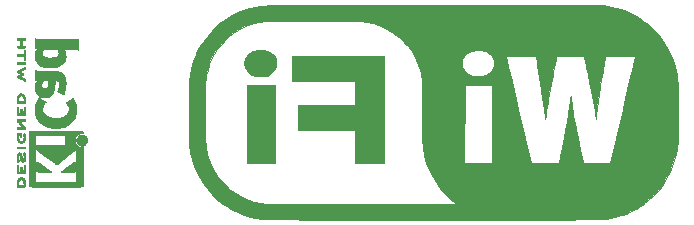
<source format=gbr>
G04 #@! TF.GenerationSoftware,KiCad,Pcbnew,5.1.5+dfsg1-2build2*
G04 #@! TF.CreationDate,2020-06-04T23:38:43+02:00*
G04 #@! TF.ProjectId,termint-wifi,7465726d-696e-4742-9d77-6966692e6b69,rev?*
G04 #@! TF.SameCoordinates,Original*
G04 #@! TF.FileFunction,Legend,Bot*
G04 #@! TF.FilePolarity,Positive*
%FSLAX46Y46*%
G04 Gerber Fmt 4.6, Leading zero omitted, Abs format (unit mm)*
G04 Created by KiCad (PCBNEW 5.1.5+dfsg1-2build2) date 2020-06-04 23:38:43*
%MOMM*%
%LPD*%
G04 APERTURE LIST*
%ADD10C,0.010000*%
G04 APERTURE END LIST*
D10*
G36*
X95212800Y-61724727D02*
G01*
X95055468Y-61738858D01*
X94929226Y-61762181D01*
X94701005Y-61838019D01*
X94501429Y-61940735D01*
X94332377Y-62068453D01*
X94195730Y-62219300D01*
X94093369Y-62391401D01*
X94027173Y-62582880D01*
X94008995Y-62679707D01*
X93999305Y-62890317D01*
X94029009Y-63090408D01*
X94095833Y-63276923D01*
X94197499Y-63446805D01*
X94331733Y-63596996D01*
X94496258Y-63724440D01*
X94688799Y-63826078D01*
X94907080Y-63898855D01*
X94918643Y-63901685D01*
X95010364Y-63918146D01*
X95128492Y-63931340D01*
X95260774Y-63940723D01*
X95394960Y-63945748D01*
X95518797Y-63945870D01*
X95620033Y-63940543D01*
X95663057Y-63934836D01*
X95890640Y-63879705D01*
X96087109Y-63802446D01*
X96259189Y-63699902D01*
X96385450Y-63596015D01*
X96522354Y-63440817D01*
X96623321Y-63268437D01*
X96688349Y-63084067D01*
X96717441Y-62892898D01*
X96710594Y-62700122D01*
X96667810Y-62510931D01*
X96589088Y-62330517D01*
X96474428Y-62164072D01*
X96385450Y-62070316D01*
X96241563Y-61953515D01*
X96083607Y-61862167D01*
X95899974Y-61789943D01*
X95835143Y-61770195D01*
X95707588Y-61743768D01*
X95552352Y-61727302D01*
X95382925Y-61720915D01*
X95212800Y-61724727D01*
G37*
X95212800Y-61724727D02*
X95055468Y-61738858D01*
X94929226Y-61762181D01*
X94701005Y-61838019D01*
X94501429Y-61940735D01*
X94332377Y-62068453D01*
X94195730Y-62219300D01*
X94093369Y-62391401D01*
X94027173Y-62582880D01*
X94008995Y-62679707D01*
X93999305Y-62890317D01*
X94029009Y-63090408D01*
X94095833Y-63276923D01*
X94197499Y-63446805D01*
X94331733Y-63596996D01*
X94496258Y-63724440D01*
X94688799Y-63826078D01*
X94907080Y-63898855D01*
X94918643Y-63901685D01*
X95010364Y-63918146D01*
X95128492Y-63931340D01*
X95260774Y-63940723D01*
X95394960Y-63945748D01*
X95518797Y-63945870D01*
X95620033Y-63940543D01*
X95663057Y-63934836D01*
X95890640Y-63879705D01*
X96087109Y-63802446D01*
X96259189Y-63699902D01*
X96385450Y-63596015D01*
X96522354Y-63440817D01*
X96623321Y-63268437D01*
X96688349Y-63084067D01*
X96717441Y-62892898D01*
X96710594Y-62700122D01*
X96667810Y-62510931D01*
X96589088Y-62330517D01*
X96474428Y-62164072D01*
X96385450Y-62070316D01*
X96241563Y-61953515D01*
X96083607Y-61862167D01*
X95899974Y-61789943D01*
X95835143Y-61770195D01*
X95707588Y-61743768D01*
X95552352Y-61727302D01*
X95382925Y-61720915D01*
X95212800Y-61724727D01*
G36*
X94220143Y-71278666D02*
G01*
X95384974Y-71278666D01*
X95647746Y-71278471D01*
X95870925Y-71277845D01*
X96057252Y-71276727D01*
X96209465Y-71275055D01*
X96330305Y-71272767D01*
X96422512Y-71269802D01*
X96488824Y-71266097D01*
X96531981Y-71261592D01*
X96554723Y-71256224D01*
X96559869Y-71252207D01*
X96560971Y-71228395D01*
X96561971Y-71164558D01*
X96562863Y-71063004D01*
X96563647Y-70926042D01*
X96564317Y-70755980D01*
X96564871Y-70555126D01*
X96565307Y-70325789D01*
X96565619Y-70070277D01*
X96565806Y-69790898D01*
X96565863Y-69489962D01*
X96565788Y-69169775D01*
X96565578Y-68832646D01*
X96565229Y-68480884D01*
X96564737Y-68116797D01*
X96564497Y-67966082D01*
X96559060Y-64706416D01*
X95389601Y-64700945D01*
X94220143Y-64695474D01*
X94220143Y-71278666D01*
G37*
X94220143Y-71278666D02*
X95384974Y-71278666D01*
X95647746Y-71278471D01*
X95870925Y-71277845D01*
X96057252Y-71276727D01*
X96209465Y-71275055D01*
X96330305Y-71272767D01*
X96422512Y-71269802D01*
X96488824Y-71266097D01*
X96531981Y-71261592D01*
X96554723Y-71256224D01*
X96559869Y-71252207D01*
X96560971Y-71228395D01*
X96561971Y-71164558D01*
X96562863Y-71063004D01*
X96563647Y-70926042D01*
X96564317Y-70755980D01*
X96564871Y-70555126D01*
X96565307Y-70325789D01*
X96565619Y-70070277D01*
X96565806Y-69790898D01*
X96565863Y-69489962D01*
X96565788Y-69169775D01*
X96565578Y-68832646D01*
X96565229Y-68480884D01*
X96564737Y-68116797D01*
X96564497Y-67966082D01*
X96559060Y-64706416D01*
X95389601Y-64700945D01*
X94220143Y-64695474D01*
X94220143Y-71278666D01*
G36*
X98008976Y-64335999D02*
G01*
X103342976Y-64335999D01*
X103342976Y-66367999D01*
X98538143Y-66367999D01*
X98538143Y-68505832D01*
X103342976Y-68505832D01*
X103342976Y-71278666D01*
X105861810Y-71278666D01*
X105861810Y-62198166D01*
X98008976Y-62198166D01*
X98008976Y-64335999D01*
G37*
X98008976Y-64335999D02*
X103342976Y-64335999D01*
X103342976Y-66367999D01*
X98538143Y-66367999D01*
X98538143Y-68505832D01*
X103342976Y-68505832D01*
X103342976Y-71278666D01*
X105861810Y-71278666D01*
X105861810Y-62198166D01*
X98008976Y-62198166D01*
X98008976Y-64335999D01*
G36*
X115840318Y-57925069D02*
G01*
X115078072Y-57925175D01*
X114277303Y-57925347D01*
X113437363Y-57925584D01*
X112557600Y-57925885D01*
X111637365Y-57926249D01*
X110676010Y-57926675D01*
X109809393Y-57927094D01*
X108879539Y-57927564D01*
X107991062Y-57928024D01*
X107143005Y-57928476D01*
X106334414Y-57928922D01*
X105564331Y-57929367D01*
X104831801Y-57929813D01*
X104135867Y-57930263D01*
X103475574Y-57930719D01*
X102849964Y-57931185D01*
X102258082Y-57931664D01*
X101698971Y-57932158D01*
X101171677Y-57932670D01*
X100675241Y-57933203D01*
X100208709Y-57933761D01*
X99771123Y-57934346D01*
X99361529Y-57934960D01*
X98978969Y-57935608D01*
X98622487Y-57936291D01*
X98291128Y-57937013D01*
X97983934Y-57937776D01*
X97699951Y-57938584D01*
X97438222Y-57939439D01*
X97197790Y-57940344D01*
X96977700Y-57941303D01*
X96776994Y-57942317D01*
X96594718Y-57943391D01*
X96429915Y-57944526D01*
X96281629Y-57945726D01*
X96148903Y-57946994D01*
X96030782Y-57948332D01*
X95926309Y-57949743D01*
X95834528Y-57951231D01*
X95754483Y-57952799D01*
X95685218Y-57954448D01*
X95625776Y-57956182D01*
X95575202Y-57958005D01*
X95532539Y-57959918D01*
X95496831Y-57961925D01*
X95467122Y-57964028D01*
X95442456Y-57966232D01*
X95421876Y-57968537D01*
X95405476Y-57970789D01*
X95211409Y-58002485D01*
X95007101Y-58040284D01*
X94805415Y-58081545D01*
X94619212Y-58123629D01*
X94461354Y-58163896D01*
X94451992Y-58166496D01*
X93929699Y-58334064D01*
X93426411Y-58539057D01*
X92943530Y-58780397D01*
X92482463Y-59057008D01*
X92044613Y-59367814D01*
X91631385Y-59711737D01*
X91244183Y-60087700D01*
X90884412Y-60494626D01*
X90553476Y-60931440D01*
X90264713Y-61377057D01*
X90196407Y-61497461D01*
X90117882Y-61646135D01*
X90034212Y-61812530D01*
X89950468Y-61986099D01*
X89871724Y-62156292D01*
X89803053Y-62312563D01*
X89749526Y-62444362D01*
X89742604Y-62462749D01*
X89585821Y-62930392D01*
X89464590Y-63395702D01*
X89376779Y-63868794D01*
X89320261Y-64359786D01*
X89308174Y-64526499D01*
X89303758Y-64623503D01*
X89300012Y-64762772D01*
X89296934Y-64944239D01*
X89294527Y-65167840D01*
X89292789Y-65433512D01*
X89291722Y-65741189D01*
X89291325Y-66090807D01*
X89291599Y-66482302D01*
X89292545Y-66915608D01*
X89293694Y-67267582D01*
X89295070Y-67636052D01*
X89296374Y-67964827D01*
X89297657Y-68256545D01*
X89298974Y-68513843D01*
X89300378Y-68739361D01*
X89301921Y-68935736D01*
X89303658Y-69105606D01*
X89305642Y-69251609D01*
X89307926Y-69376383D01*
X89310563Y-69482567D01*
X89313607Y-69572798D01*
X89317110Y-69649714D01*
X89321127Y-69715954D01*
X89325710Y-69774155D01*
X89330914Y-69826956D01*
X89336790Y-69876994D01*
X89343393Y-69926908D01*
X89348120Y-69960674D01*
X89369264Y-70100205D01*
X89394334Y-70250766D01*
X89420393Y-70395490D01*
X89444504Y-70517507D01*
X89447634Y-70532174D01*
X89582003Y-71055204D01*
X89755560Y-71564577D01*
X89966870Y-72058035D01*
X90214498Y-72533319D01*
X90497007Y-72988171D01*
X90812962Y-73420333D01*
X91160928Y-73827547D01*
X91539467Y-74207553D01*
X91947146Y-74558095D01*
X92065426Y-74649979D01*
X92506269Y-74960001D01*
X92963358Y-75232374D01*
X93438281Y-75467754D01*
X93932623Y-75666795D01*
X94447968Y-75830152D01*
X94985903Y-75958480D01*
X95416060Y-76033768D01*
X95433971Y-76036248D01*
X95454315Y-76038618D01*
X95478052Y-76040881D01*
X95506138Y-76043040D01*
X95539531Y-76045097D01*
X95579190Y-76047056D01*
X95626073Y-76048918D01*
X95681136Y-76050687D01*
X95745339Y-76052365D01*
X95819639Y-76053955D01*
X95904994Y-76055459D01*
X96002362Y-76056881D01*
X96112701Y-76058223D01*
X96236968Y-76059488D01*
X96376122Y-76060678D01*
X96531120Y-76061797D01*
X96702920Y-76062846D01*
X96892481Y-76063829D01*
X97100760Y-76064749D01*
X97328715Y-76065607D01*
X97577304Y-76066407D01*
X97847485Y-76067152D01*
X98140215Y-76067844D01*
X98456453Y-76068486D01*
X98797157Y-76069081D01*
X99163284Y-76069630D01*
X99555793Y-76070138D01*
X99975640Y-76070607D01*
X100423785Y-76071039D01*
X100901185Y-76071437D01*
X101408798Y-76071805D01*
X101947582Y-76072144D01*
X102518494Y-76072457D01*
X103122493Y-76072747D01*
X103760536Y-76073017D01*
X104433582Y-76073269D01*
X105142588Y-76073507D01*
X105888513Y-76073732D01*
X106672313Y-76073949D01*
X107494948Y-76074158D01*
X108357374Y-76074363D01*
X109260551Y-76074568D01*
X109872893Y-76074701D01*
X110648226Y-76074844D01*
X111413638Y-76074933D01*
X112168012Y-76074971D01*
X112910233Y-76074958D01*
X113639185Y-76074897D01*
X114353753Y-76074786D01*
X115052820Y-76074629D01*
X115735270Y-76074426D01*
X116399988Y-76074177D01*
X117045858Y-76073885D01*
X117671764Y-76073550D01*
X118276590Y-76073173D01*
X118859221Y-76072756D01*
X119418541Y-76072299D01*
X119953433Y-76071804D01*
X120462782Y-76071272D01*
X120945473Y-76070704D01*
X121400388Y-76070100D01*
X121826414Y-76069463D01*
X122222433Y-76068792D01*
X122587329Y-76068090D01*
X122919988Y-76067358D01*
X123219293Y-76066595D01*
X123484129Y-76065805D01*
X123713379Y-76064987D01*
X123905928Y-76064142D01*
X124060659Y-76063273D01*
X124176458Y-76062379D01*
X124252208Y-76061463D01*
X124286794Y-76060525D01*
X124287393Y-76060480D01*
X124600117Y-76025238D01*
X124934533Y-75970150D01*
X125276747Y-75898300D01*
X125612866Y-75812772D01*
X125928998Y-75716650D01*
X126088919Y-75660532D01*
X126277040Y-75585827D01*
X126487399Y-75493783D01*
X126708586Y-75389997D01*
X126929188Y-75280067D01*
X127137796Y-75169593D01*
X127322999Y-75064172D01*
X127398893Y-75017849D01*
X127802844Y-74742346D01*
X111934879Y-74742346D01*
X111915448Y-74743552D01*
X111855451Y-74744670D01*
X111756657Y-74745702D01*
X111620831Y-74746650D01*
X111449743Y-74747514D01*
X111245160Y-74748297D01*
X111008848Y-74749000D01*
X110742577Y-74749624D01*
X110448113Y-74750171D01*
X110127225Y-74750643D01*
X109781679Y-74751041D01*
X109413243Y-74751367D01*
X109023685Y-74751622D01*
X108614773Y-74751807D01*
X108188274Y-74751925D01*
X107745955Y-74751976D01*
X107289584Y-74751963D01*
X106820930Y-74751886D01*
X106341758Y-74751748D01*
X105853838Y-74751550D01*
X105358937Y-74751293D01*
X104858821Y-74750979D01*
X104355259Y-74750610D01*
X103850019Y-74750186D01*
X103344868Y-74749710D01*
X102841573Y-74749184D01*
X102341902Y-74748607D01*
X101847623Y-74747983D01*
X101360504Y-74747313D01*
X100882311Y-74746597D01*
X100414813Y-74745839D01*
X99959777Y-74745039D01*
X99518971Y-74744198D01*
X99094162Y-74743319D01*
X98687117Y-74742402D01*
X98299606Y-74741450D01*
X97933394Y-74740464D01*
X97590250Y-74739446D01*
X97271941Y-74738396D01*
X96980236Y-74737317D01*
X96716900Y-74736210D01*
X96483703Y-74735076D01*
X96282411Y-74733918D01*
X96114792Y-74732736D01*
X95982615Y-74731532D01*
X95887645Y-74730308D01*
X95831652Y-74729065D01*
X95818226Y-74728385D01*
X95330655Y-74662406D01*
X94856246Y-74556403D01*
X94396399Y-74411021D01*
X93952512Y-74226901D01*
X93525985Y-74004687D01*
X93118215Y-73745021D01*
X92730602Y-73448547D01*
X92413041Y-73163277D01*
X92093454Y-72826374D01*
X91800263Y-72459850D01*
X91536277Y-72068526D01*
X91304305Y-71657223D01*
X91107153Y-71230763D01*
X90947631Y-70793966D01*
X90865305Y-70506218D01*
X90839498Y-70404149D01*
X90816282Y-70309294D01*
X90795521Y-70218978D01*
X90777078Y-70130525D01*
X90760816Y-70041260D01*
X90746597Y-69948508D01*
X90734284Y-69849593D01*
X90723741Y-69741840D01*
X90714829Y-69622573D01*
X90707413Y-69489117D01*
X90701354Y-69338796D01*
X90696517Y-69168935D01*
X90692763Y-68976859D01*
X90689956Y-68759892D01*
X90687958Y-68515359D01*
X90686633Y-68240584D01*
X90685843Y-67932892D01*
X90685451Y-67589608D01*
X90685320Y-67208055D01*
X90685310Y-66993849D01*
X90685356Y-66605475D01*
X90685550Y-66256762D01*
X90685973Y-65945038D01*
X90686708Y-65667632D01*
X90687837Y-65421870D01*
X90689442Y-65205080D01*
X90691604Y-65014592D01*
X90694407Y-64847732D01*
X90697933Y-64701828D01*
X90702263Y-64574209D01*
X90707479Y-64462202D01*
X90713664Y-64363135D01*
X90720900Y-64274337D01*
X90729269Y-64193134D01*
X90738854Y-64116855D01*
X90749735Y-64042827D01*
X90761996Y-63968379D01*
X90775719Y-63890839D01*
X90781697Y-63858021D01*
X90889941Y-63381559D01*
X91036942Y-62921972D01*
X91222355Y-62479914D01*
X91445832Y-62056042D01*
X91707028Y-61651010D01*
X92005596Y-61265474D01*
X92341191Y-60900091D01*
X92346016Y-60895257D01*
X92705398Y-60563077D01*
X93082178Y-60268915D01*
X93477554Y-60012163D01*
X93892723Y-59792211D01*
X94328885Y-59608451D01*
X94787236Y-59460274D01*
X95268974Y-59347071D01*
X95458393Y-59313101D01*
X95492309Y-59307589D01*
X95525516Y-59302538D01*
X95559929Y-59297926D01*
X95597464Y-59293728D01*
X95640036Y-59289921D01*
X95689563Y-59286480D01*
X95747958Y-59283382D01*
X95817140Y-59280602D01*
X95899022Y-59278118D01*
X95995521Y-59275904D01*
X96108554Y-59273938D01*
X96240034Y-59272196D01*
X96391880Y-59270652D01*
X96566005Y-59269285D01*
X96764327Y-59268069D01*
X96988761Y-59266982D01*
X97241223Y-59265998D01*
X97523628Y-59265095D01*
X97837893Y-59264248D01*
X98185933Y-59263434D01*
X98569664Y-59262628D01*
X98991003Y-59261808D01*
X99451864Y-59260948D01*
X99681143Y-59260527D01*
X100219465Y-59259632D01*
X100716487Y-59259002D01*
X101173240Y-59258642D01*
X101590758Y-59258555D01*
X101970070Y-59258746D01*
X102312211Y-59259219D01*
X102618212Y-59259977D01*
X102889104Y-59261025D01*
X103125921Y-59262367D01*
X103329694Y-59264007D01*
X103501454Y-59265949D01*
X103642236Y-59268198D01*
X103753069Y-59270756D01*
X103834987Y-59273629D01*
X103889022Y-59276820D01*
X103893310Y-59277191D01*
X104381176Y-59342247D01*
X104857922Y-59447901D01*
X105321881Y-59593486D01*
X105771389Y-59778335D01*
X106204778Y-60001782D01*
X106620383Y-60263159D01*
X106930570Y-60492488D01*
X107059137Y-60600084D01*
X107204054Y-60731177D01*
X107356285Y-60876796D01*
X107506794Y-61027972D01*
X107646544Y-61175734D01*
X107766499Y-61311113D01*
X107817277Y-61372666D01*
X108089018Y-61744386D01*
X108332630Y-62142047D01*
X108545074Y-62559296D01*
X108723308Y-62989781D01*
X108864291Y-63427153D01*
X108932182Y-63701386D01*
X108948205Y-63774585D01*
X108962619Y-63841359D01*
X108975520Y-63904222D01*
X108987005Y-63965690D01*
X108997170Y-64028276D01*
X109006113Y-64094495D01*
X109013929Y-64166861D01*
X109020717Y-64247889D01*
X109026571Y-64340093D01*
X109031589Y-64445987D01*
X109035868Y-64568087D01*
X109039504Y-64708905D01*
X109042594Y-64870958D01*
X109045235Y-65056758D01*
X109047522Y-65268821D01*
X109049554Y-65509662D01*
X109051425Y-65781793D01*
X109053234Y-66087731D01*
X109055077Y-66429988D01*
X109057051Y-66811080D01*
X109057879Y-66971249D01*
X109059981Y-67375885D01*
X109061945Y-67740768D01*
X109063880Y-68068480D01*
X109065894Y-68361600D01*
X109068097Y-68622708D01*
X109070596Y-68854385D01*
X109073499Y-69059210D01*
X109076917Y-69239766D01*
X109080956Y-69398630D01*
X109085726Y-69538384D01*
X109091334Y-69661609D01*
X109097891Y-69770884D01*
X109105503Y-69868789D01*
X109114279Y-69957905D01*
X109124329Y-70040812D01*
X109135760Y-70120091D01*
X109148681Y-70198321D01*
X109163200Y-70278083D01*
X109179427Y-70361958D01*
X109197469Y-70452524D01*
X109206079Y-70495499D01*
X109330557Y-71010784D01*
X109494568Y-71514176D01*
X109696545Y-72003100D01*
X109934918Y-72474977D01*
X110208122Y-72927231D01*
X110514589Y-73357286D01*
X110852750Y-73762562D01*
X111221040Y-74140485D01*
X111617890Y-74488476D01*
X111650893Y-74515000D01*
X111742942Y-74588527D01*
X111822987Y-74652532D01*
X111885361Y-74702478D01*
X111924399Y-74733829D01*
X111934879Y-74742346D01*
X127802844Y-74742346D01*
X127847073Y-74712181D01*
X128267856Y-74375529D01*
X128659873Y-74009867D01*
X129021756Y-73617170D01*
X129352138Y-73199411D01*
X129649648Y-72758564D01*
X129912921Y-72296602D01*
X130140586Y-71815499D01*
X130331276Y-71317230D01*
X130483622Y-70803766D01*
X130563374Y-70453166D01*
X130583592Y-70351847D01*
X130601664Y-70259094D01*
X130617718Y-70172040D01*
X130631886Y-70087822D01*
X130644297Y-70003575D01*
X130655081Y-69916434D01*
X130664369Y-69823535D01*
X130672290Y-69722013D01*
X130678975Y-69609004D01*
X130684553Y-69481643D01*
X130689155Y-69337065D01*
X130692911Y-69172407D01*
X130695950Y-68984803D01*
X130698404Y-68771389D01*
X130700401Y-68529301D01*
X130702072Y-68255673D01*
X130703547Y-67947642D01*
X130704956Y-67602342D01*
X130706074Y-67310019D01*
X130707493Y-66892615D01*
X130708380Y-66514943D01*
X130708676Y-66174402D01*
X130708321Y-65868394D01*
X130707255Y-65594319D01*
X130705420Y-65349577D01*
X130702756Y-65131569D01*
X130699203Y-64937696D01*
X130694703Y-64765357D01*
X130689194Y-64611955D01*
X130682619Y-64474888D01*
X130674917Y-64351558D01*
X130666029Y-64239366D01*
X130655896Y-64135711D01*
X130644458Y-64037995D01*
X130631655Y-63943617D01*
X130628581Y-63922582D01*
X130527860Y-63382909D01*
X130387713Y-62858517D01*
X130208378Y-62349984D01*
X130141037Y-62198166D01*
X127118078Y-62198166D01*
X127108841Y-62245791D01*
X127103177Y-62270664D01*
X127088260Y-62334851D01*
X127064535Y-62436456D01*
X127032446Y-62573584D01*
X126992439Y-62744343D01*
X126944958Y-62946836D01*
X126890449Y-63179169D01*
X126829356Y-63439448D01*
X126762124Y-63725778D01*
X126689197Y-64036264D01*
X126611022Y-64369013D01*
X126528042Y-64722129D01*
X126440703Y-65093717D01*
X126349448Y-65481885D01*
X126254725Y-65884736D01*
X126156976Y-66300376D01*
X126056647Y-66726911D01*
X126042749Y-66785991D01*
X124985893Y-71278566D01*
X123838005Y-71278616D01*
X122690116Y-71278666D01*
X122678617Y-71231041D01*
X122664821Y-71171398D01*
X122643264Y-71074931D01*
X122614928Y-70946235D01*
X122580798Y-70789906D01*
X122541859Y-70610541D01*
X122499095Y-70412733D01*
X122453491Y-70201080D01*
X122406031Y-69980176D01*
X122357699Y-69754618D01*
X122309480Y-69529000D01*
X122262358Y-69307920D01*
X122217318Y-69095971D01*
X122175344Y-68897750D01*
X122137421Y-68717853D01*
X122104532Y-68560875D01*
X122077663Y-68431411D01*
X122057797Y-68334058D01*
X122054052Y-68315332D01*
X121990145Y-67984481D01*
X121926622Y-67637639D01*
X121864851Y-67283225D01*
X121806201Y-66929657D01*
X121752040Y-66585353D01*
X121703735Y-66258733D01*
X121662656Y-65958216D01*
X121636070Y-65743582D01*
X121618755Y-65595416D01*
X121592035Y-65828249D01*
X121570263Y-66005464D01*
X121541717Y-66218244D01*
X121507354Y-66460531D01*
X121468130Y-66726269D01*
X121425002Y-67009401D01*
X121378927Y-67303870D01*
X121330862Y-67603619D01*
X121281764Y-67902591D01*
X121232589Y-68194729D01*
X121184296Y-68473977D01*
X121137839Y-68734278D01*
X121103810Y-68918582D01*
X121086079Y-69009786D01*
X121060581Y-69136416D01*
X121028555Y-69292532D01*
X120991239Y-69472195D01*
X120949872Y-69669466D01*
X120905692Y-69878406D01*
X120859939Y-70093077D01*
X120822387Y-70267957D01*
X120604588Y-71278666D01*
X118252631Y-71278666D01*
X114984643Y-71278666D01*
X112635010Y-71278666D01*
X112645726Y-64706416D01*
X113815185Y-64700945D01*
X114984643Y-64695474D01*
X114984643Y-71278666D01*
X118252631Y-71278666D01*
X117189632Y-66754291D01*
X117088872Y-66325354D01*
X116990708Y-65907307D01*
X116895578Y-65502021D01*
X116803918Y-65111367D01*
X116716167Y-64737213D01*
X116632762Y-64381431D01*
X116554141Y-64045892D01*
X116480742Y-63732464D01*
X116413002Y-63443019D01*
X116351359Y-63179427D01*
X116296251Y-62943558D01*
X116270490Y-62833165D01*
X115153976Y-62833165D01*
X115133778Y-63039993D01*
X115074781Y-63233871D01*
X114979386Y-63411592D01*
X114849992Y-63569948D01*
X114688997Y-63705733D01*
X114498802Y-63815738D01*
X114382901Y-63863986D01*
X114217787Y-63909370D01*
X114026383Y-63937439D01*
X113821188Y-63947844D01*
X113614697Y-63940234D01*
X113419409Y-63914257D01*
X113327283Y-63893598D01*
X113125871Y-63824806D01*
X112940920Y-63730137D01*
X112779483Y-63614266D01*
X112648609Y-63481866D01*
X112595143Y-63408301D01*
X112521149Y-63275978D01*
X112472936Y-63144568D01*
X112446812Y-63000468D01*
X112439084Y-62833166D01*
X112447058Y-62663499D01*
X112473452Y-62519877D01*
X112521975Y-62388651D01*
X112595532Y-62257424D01*
X112701847Y-62125896D01*
X112842053Y-62004902D01*
X113008043Y-61899644D01*
X113191711Y-61815323D01*
X113369904Y-61760575D01*
X113494762Y-61739269D01*
X113643977Y-61726214D01*
X113804768Y-61721413D01*
X113964350Y-61724868D01*
X114109942Y-61736583D01*
X114228760Y-61756561D01*
X114243810Y-61760358D01*
X114465124Y-61837757D01*
X114659796Y-61943133D01*
X114825533Y-62073784D01*
X114960046Y-62227011D01*
X115061043Y-62400112D01*
X115126232Y-62590388D01*
X115153323Y-62795136D01*
X115153976Y-62833165D01*
X116270490Y-62833165D01*
X116248115Y-62737283D01*
X116207390Y-62562472D01*
X116174512Y-62420994D01*
X116149919Y-62314722D01*
X116134050Y-62245524D01*
X116127342Y-62215271D01*
X116127138Y-62214041D01*
X116147788Y-62211204D01*
X116207123Y-62208531D01*
X116301490Y-62206064D01*
X116427242Y-62203851D01*
X116580728Y-62201936D01*
X116758299Y-62200365D01*
X116956305Y-62199182D01*
X117171095Y-62198434D01*
X117399021Y-62198166D01*
X118682447Y-62198166D01*
X118771567Y-62849041D01*
X118793662Y-63005998D01*
X118821553Y-63197063D01*
X118854067Y-63414586D01*
X118890033Y-63650920D01*
X118928281Y-63898414D01*
X118967637Y-64149422D01*
X119006930Y-64396293D01*
X119038237Y-64589999D01*
X119099904Y-64970041D01*
X119154890Y-65312114D01*
X119203761Y-65619957D01*
X119247082Y-65897311D01*
X119285420Y-66147915D01*
X119319341Y-66375509D01*
X119349409Y-66583832D01*
X119376191Y-66776624D01*
X119400252Y-66957625D01*
X119420293Y-67115508D01*
X119436672Y-67246867D01*
X119451563Y-67365037D01*
X119464088Y-67463149D01*
X119473369Y-67534333D01*
X119478526Y-67571719D01*
X119478979Y-67574499D01*
X119483399Y-67567971D01*
X119491130Y-67526341D01*
X119501053Y-67456605D01*
X119511180Y-67373416D01*
X119543107Y-67112583D01*
X119583273Y-66816801D01*
X119630681Y-66492433D01*
X119684331Y-66145843D01*
X119743227Y-65783394D01*
X119806369Y-65411450D01*
X119872760Y-65036375D01*
X119907906Y-64843999D01*
X119926845Y-64743526D01*
X119951825Y-64614185D01*
X119981943Y-64460423D01*
X120016298Y-64286684D01*
X120053988Y-64097417D01*
X120094110Y-63897065D01*
X120135762Y-63690075D01*
X120178042Y-63480894D01*
X120220047Y-63273966D01*
X120260876Y-63073739D01*
X120299627Y-62884657D01*
X120335396Y-62711167D01*
X120367283Y-62557715D01*
X120394384Y-62428747D01*
X120415798Y-62328708D01*
X120430623Y-62262045D01*
X120437288Y-62235207D01*
X120441823Y-62227139D01*
X120452361Y-62220331D01*
X120472232Y-62214677D01*
X120504763Y-62210070D01*
X120553283Y-62206405D01*
X120621122Y-62203574D01*
X120711607Y-62201472D01*
X120828068Y-62199991D01*
X120973832Y-62199027D01*
X121152229Y-62198472D01*
X121366588Y-62198221D01*
X121596882Y-62198166D01*
X122745268Y-62198166D01*
X122856667Y-62743207D01*
X122908541Y-62995034D01*
X122959285Y-63237005D01*
X123010965Y-63478651D01*
X123065647Y-63729505D01*
X123125395Y-63999100D01*
X123192276Y-64296967D01*
X123217846Y-64410082D01*
X123299392Y-64786008D01*
X123380650Y-65190305D01*
X123459319Y-65610105D01*
X123533098Y-66032540D01*
X123599686Y-66444742D01*
X123656782Y-66833843D01*
X123673897Y-66960666D01*
X123691841Y-67097028D01*
X123708968Y-67227120D01*
X123724098Y-67341990D01*
X123736052Y-67432688D01*
X123743596Y-67489832D01*
X123749104Y-67525086D01*
X123754493Y-67540515D01*
X123760495Y-67532486D01*
X123767843Y-67497361D01*
X123777271Y-67431504D01*
X123789512Y-67331281D01*
X123805299Y-67193053D01*
X123807624Y-67172332D01*
X123872164Y-66626613D01*
X123947326Y-66045368D01*
X124032345Y-65433845D01*
X124126458Y-64797292D01*
X124228900Y-64140955D01*
X124338907Y-63470084D01*
X124393571Y-63147949D01*
X124426516Y-62955602D01*
X124457142Y-62776236D01*
X124484725Y-62614130D01*
X124508543Y-62473561D01*
X124527872Y-62358806D01*
X124541988Y-62274142D01*
X124550168Y-62223849D01*
X124551976Y-62211324D01*
X124572536Y-62208979D01*
X124631790Y-62206767D01*
X124726097Y-62204726D01*
X124851818Y-62202894D01*
X125005313Y-62201307D01*
X125182943Y-62200004D01*
X125381067Y-62199021D01*
X125596046Y-62198396D01*
X125824240Y-62198166D01*
X127118078Y-62198166D01*
X130141037Y-62198166D01*
X129990099Y-61857883D01*
X129733113Y-61382791D01*
X129437662Y-60925283D01*
X129294786Y-60728697D01*
X128950259Y-60305257D01*
X128578123Y-59912815D01*
X128180248Y-59552406D01*
X127758503Y-59225066D01*
X127314758Y-58931829D01*
X126850882Y-58673732D01*
X126368745Y-58451809D01*
X125870217Y-58267096D01*
X125357167Y-58120627D01*
X124831464Y-58013438D01*
X124294979Y-57946565D01*
X124266226Y-57944162D01*
X124233661Y-57942466D01*
X124178162Y-57940854D01*
X124099080Y-57939325D01*
X123995766Y-57937878D01*
X123867569Y-57936514D01*
X123713840Y-57935230D01*
X123533931Y-57934026D01*
X123327190Y-57932901D01*
X123092970Y-57931855D01*
X122830619Y-57930887D01*
X122539489Y-57929996D01*
X122218930Y-57929181D01*
X121868292Y-57928441D01*
X121486926Y-57927776D01*
X121074182Y-57927186D01*
X120629411Y-57926668D01*
X120151964Y-57926223D01*
X119641190Y-57925849D01*
X119096440Y-57925546D01*
X118517065Y-57925314D01*
X117902414Y-57925150D01*
X117251840Y-57925056D01*
X116564691Y-57925029D01*
X115840318Y-57925069D01*
G37*
X115840318Y-57925069D02*
X115078072Y-57925175D01*
X114277303Y-57925347D01*
X113437363Y-57925584D01*
X112557600Y-57925885D01*
X111637365Y-57926249D01*
X110676010Y-57926675D01*
X109809393Y-57927094D01*
X108879539Y-57927564D01*
X107991062Y-57928024D01*
X107143005Y-57928476D01*
X106334414Y-57928922D01*
X105564331Y-57929367D01*
X104831801Y-57929813D01*
X104135867Y-57930263D01*
X103475574Y-57930719D01*
X102849964Y-57931185D01*
X102258082Y-57931664D01*
X101698971Y-57932158D01*
X101171677Y-57932670D01*
X100675241Y-57933203D01*
X100208709Y-57933761D01*
X99771123Y-57934346D01*
X99361529Y-57934960D01*
X98978969Y-57935608D01*
X98622487Y-57936291D01*
X98291128Y-57937013D01*
X97983934Y-57937776D01*
X97699951Y-57938584D01*
X97438222Y-57939439D01*
X97197790Y-57940344D01*
X96977700Y-57941303D01*
X96776994Y-57942317D01*
X96594718Y-57943391D01*
X96429915Y-57944526D01*
X96281629Y-57945726D01*
X96148903Y-57946994D01*
X96030782Y-57948332D01*
X95926309Y-57949743D01*
X95834528Y-57951231D01*
X95754483Y-57952799D01*
X95685218Y-57954448D01*
X95625776Y-57956182D01*
X95575202Y-57958005D01*
X95532539Y-57959918D01*
X95496831Y-57961925D01*
X95467122Y-57964028D01*
X95442456Y-57966232D01*
X95421876Y-57968537D01*
X95405476Y-57970789D01*
X95211409Y-58002485D01*
X95007101Y-58040284D01*
X94805415Y-58081545D01*
X94619212Y-58123629D01*
X94461354Y-58163896D01*
X94451992Y-58166496D01*
X93929699Y-58334064D01*
X93426411Y-58539057D01*
X92943530Y-58780397D01*
X92482463Y-59057008D01*
X92044613Y-59367814D01*
X91631385Y-59711737D01*
X91244183Y-60087700D01*
X90884412Y-60494626D01*
X90553476Y-60931440D01*
X90264713Y-61377057D01*
X90196407Y-61497461D01*
X90117882Y-61646135D01*
X90034212Y-61812530D01*
X89950468Y-61986099D01*
X89871724Y-62156292D01*
X89803053Y-62312563D01*
X89749526Y-62444362D01*
X89742604Y-62462749D01*
X89585821Y-62930392D01*
X89464590Y-63395702D01*
X89376779Y-63868794D01*
X89320261Y-64359786D01*
X89308174Y-64526499D01*
X89303758Y-64623503D01*
X89300012Y-64762772D01*
X89296934Y-64944239D01*
X89294527Y-65167840D01*
X89292789Y-65433512D01*
X89291722Y-65741189D01*
X89291325Y-66090807D01*
X89291599Y-66482302D01*
X89292545Y-66915608D01*
X89293694Y-67267582D01*
X89295070Y-67636052D01*
X89296374Y-67964827D01*
X89297657Y-68256545D01*
X89298974Y-68513843D01*
X89300378Y-68739361D01*
X89301921Y-68935736D01*
X89303658Y-69105606D01*
X89305642Y-69251609D01*
X89307926Y-69376383D01*
X89310563Y-69482567D01*
X89313607Y-69572798D01*
X89317110Y-69649714D01*
X89321127Y-69715954D01*
X89325710Y-69774155D01*
X89330914Y-69826956D01*
X89336790Y-69876994D01*
X89343393Y-69926908D01*
X89348120Y-69960674D01*
X89369264Y-70100205D01*
X89394334Y-70250766D01*
X89420393Y-70395490D01*
X89444504Y-70517507D01*
X89447634Y-70532174D01*
X89582003Y-71055204D01*
X89755560Y-71564577D01*
X89966870Y-72058035D01*
X90214498Y-72533319D01*
X90497007Y-72988171D01*
X90812962Y-73420333D01*
X91160928Y-73827547D01*
X91539467Y-74207553D01*
X91947146Y-74558095D01*
X92065426Y-74649979D01*
X92506269Y-74960001D01*
X92963358Y-75232374D01*
X93438281Y-75467754D01*
X93932623Y-75666795D01*
X94447968Y-75830152D01*
X94985903Y-75958480D01*
X95416060Y-76033768D01*
X95433971Y-76036248D01*
X95454315Y-76038618D01*
X95478052Y-76040881D01*
X95506138Y-76043040D01*
X95539531Y-76045097D01*
X95579190Y-76047056D01*
X95626073Y-76048918D01*
X95681136Y-76050687D01*
X95745339Y-76052365D01*
X95819639Y-76053955D01*
X95904994Y-76055459D01*
X96002362Y-76056881D01*
X96112701Y-76058223D01*
X96236968Y-76059488D01*
X96376122Y-76060678D01*
X96531120Y-76061797D01*
X96702920Y-76062846D01*
X96892481Y-76063829D01*
X97100760Y-76064749D01*
X97328715Y-76065607D01*
X97577304Y-76066407D01*
X97847485Y-76067152D01*
X98140215Y-76067844D01*
X98456453Y-76068486D01*
X98797157Y-76069081D01*
X99163284Y-76069630D01*
X99555793Y-76070138D01*
X99975640Y-76070607D01*
X100423785Y-76071039D01*
X100901185Y-76071437D01*
X101408798Y-76071805D01*
X101947582Y-76072144D01*
X102518494Y-76072457D01*
X103122493Y-76072747D01*
X103760536Y-76073017D01*
X104433582Y-76073269D01*
X105142588Y-76073507D01*
X105888513Y-76073732D01*
X106672313Y-76073949D01*
X107494948Y-76074158D01*
X108357374Y-76074363D01*
X109260551Y-76074568D01*
X109872893Y-76074701D01*
X110648226Y-76074844D01*
X111413638Y-76074933D01*
X112168012Y-76074971D01*
X112910233Y-76074958D01*
X113639185Y-76074897D01*
X114353753Y-76074786D01*
X115052820Y-76074629D01*
X115735270Y-76074426D01*
X116399988Y-76074177D01*
X117045858Y-76073885D01*
X117671764Y-76073550D01*
X118276590Y-76073173D01*
X118859221Y-76072756D01*
X119418541Y-76072299D01*
X119953433Y-76071804D01*
X120462782Y-76071272D01*
X120945473Y-76070704D01*
X121400388Y-76070100D01*
X121826414Y-76069463D01*
X122222433Y-76068792D01*
X122587329Y-76068090D01*
X122919988Y-76067358D01*
X123219293Y-76066595D01*
X123484129Y-76065805D01*
X123713379Y-76064987D01*
X123905928Y-76064142D01*
X124060659Y-76063273D01*
X124176458Y-76062379D01*
X124252208Y-76061463D01*
X124286794Y-76060525D01*
X124287393Y-76060480D01*
X124600117Y-76025238D01*
X124934533Y-75970150D01*
X125276747Y-75898300D01*
X125612866Y-75812772D01*
X125928998Y-75716650D01*
X126088919Y-75660532D01*
X126277040Y-75585827D01*
X126487399Y-75493783D01*
X126708586Y-75389997D01*
X126929188Y-75280067D01*
X127137796Y-75169593D01*
X127322999Y-75064172D01*
X127398893Y-75017849D01*
X127802844Y-74742346D01*
X111934879Y-74742346D01*
X111915448Y-74743552D01*
X111855451Y-74744670D01*
X111756657Y-74745702D01*
X111620831Y-74746650D01*
X111449743Y-74747514D01*
X111245160Y-74748297D01*
X111008848Y-74749000D01*
X110742577Y-74749624D01*
X110448113Y-74750171D01*
X110127225Y-74750643D01*
X109781679Y-74751041D01*
X109413243Y-74751367D01*
X109023685Y-74751622D01*
X108614773Y-74751807D01*
X108188274Y-74751925D01*
X107745955Y-74751976D01*
X107289584Y-74751963D01*
X106820930Y-74751886D01*
X106341758Y-74751748D01*
X105853838Y-74751550D01*
X105358937Y-74751293D01*
X104858821Y-74750979D01*
X104355259Y-74750610D01*
X103850019Y-74750186D01*
X103344868Y-74749710D01*
X102841573Y-74749184D01*
X102341902Y-74748607D01*
X101847623Y-74747983D01*
X101360504Y-74747313D01*
X100882311Y-74746597D01*
X100414813Y-74745839D01*
X99959777Y-74745039D01*
X99518971Y-74744198D01*
X99094162Y-74743319D01*
X98687117Y-74742402D01*
X98299606Y-74741450D01*
X97933394Y-74740464D01*
X97590250Y-74739446D01*
X97271941Y-74738396D01*
X96980236Y-74737317D01*
X96716900Y-74736210D01*
X96483703Y-74735076D01*
X96282411Y-74733918D01*
X96114792Y-74732736D01*
X95982615Y-74731532D01*
X95887645Y-74730308D01*
X95831652Y-74729065D01*
X95818226Y-74728385D01*
X95330655Y-74662406D01*
X94856246Y-74556403D01*
X94396399Y-74411021D01*
X93952512Y-74226901D01*
X93525985Y-74004687D01*
X93118215Y-73745021D01*
X92730602Y-73448547D01*
X92413041Y-73163277D01*
X92093454Y-72826374D01*
X91800263Y-72459850D01*
X91536277Y-72068526D01*
X91304305Y-71657223D01*
X91107153Y-71230763D01*
X90947631Y-70793966D01*
X90865305Y-70506218D01*
X90839498Y-70404149D01*
X90816282Y-70309294D01*
X90795521Y-70218978D01*
X90777078Y-70130525D01*
X90760816Y-70041260D01*
X90746597Y-69948508D01*
X90734284Y-69849593D01*
X90723741Y-69741840D01*
X90714829Y-69622573D01*
X90707413Y-69489117D01*
X90701354Y-69338796D01*
X90696517Y-69168935D01*
X90692763Y-68976859D01*
X90689956Y-68759892D01*
X90687958Y-68515359D01*
X90686633Y-68240584D01*
X90685843Y-67932892D01*
X90685451Y-67589608D01*
X90685320Y-67208055D01*
X90685310Y-66993849D01*
X90685356Y-66605475D01*
X90685550Y-66256762D01*
X90685973Y-65945038D01*
X90686708Y-65667632D01*
X90687837Y-65421870D01*
X90689442Y-65205080D01*
X90691604Y-65014592D01*
X90694407Y-64847732D01*
X90697933Y-64701828D01*
X90702263Y-64574209D01*
X90707479Y-64462202D01*
X90713664Y-64363135D01*
X90720900Y-64274337D01*
X90729269Y-64193134D01*
X90738854Y-64116855D01*
X90749735Y-64042827D01*
X90761996Y-63968379D01*
X90775719Y-63890839D01*
X90781697Y-63858021D01*
X90889941Y-63381559D01*
X91036942Y-62921972D01*
X91222355Y-62479914D01*
X91445832Y-62056042D01*
X91707028Y-61651010D01*
X92005596Y-61265474D01*
X92341191Y-60900091D01*
X92346016Y-60895257D01*
X92705398Y-60563077D01*
X93082178Y-60268915D01*
X93477554Y-60012163D01*
X93892723Y-59792211D01*
X94328885Y-59608451D01*
X94787236Y-59460274D01*
X95268974Y-59347071D01*
X95458393Y-59313101D01*
X95492309Y-59307589D01*
X95525516Y-59302538D01*
X95559929Y-59297926D01*
X95597464Y-59293728D01*
X95640036Y-59289921D01*
X95689563Y-59286480D01*
X95747958Y-59283382D01*
X95817140Y-59280602D01*
X95899022Y-59278118D01*
X95995521Y-59275904D01*
X96108554Y-59273938D01*
X96240034Y-59272196D01*
X96391880Y-59270652D01*
X96566005Y-59269285D01*
X96764327Y-59268069D01*
X96988761Y-59266982D01*
X97241223Y-59265998D01*
X97523628Y-59265095D01*
X97837893Y-59264248D01*
X98185933Y-59263434D01*
X98569664Y-59262628D01*
X98991003Y-59261808D01*
X99451864Y-59260948D01*
X99681143Y-59260527D01*
X100219465Y-59259632D01*
X100716487Y-59259002D01*
X101173240Y-59258642D01*
X101590758Y-59258555D01*
X101970070Y-59258746D01*
X102312211Y-59259219D01*
X102618212Y-59259977D01*
X102889104Y-59261025D01*
X103125921Y-59262367D01*
X103329694Y-59264007D01*
X103501454Y-59265949D01*
X103642236Y-59268198D01*
X103753069Y-59270756D01*
X103834987Y-59273629D01*
X103889022Y-59276820D01*
X103893310Y-59277191D01*
X104381176Y-59342247D01*
X104857922Y-59447901D01*
X105321881Y-59593486D01*
X105771389Y-59778335D01*
X106204778Y-60001782D01*
X106620383Y-60263159D01*
X106930570Y-60492488D01*
X107059137Y-60600084D01*
X107204054Y-60731177D01*
X107356285Y-60876796D01*
X107506794Y-61027972D01*
X107646544Y-61175734D01*
X107766499Y-61311113D01*
X107817277Y-61372666D01*
X108089018Y-61744386D01*
X108332630Y-62142047D01*
X108545074Y-62559296D01*
X108723308Y-62989781D01*
X108864291Y-63427153D01*
X108932182Y-63701386D01*
X108948205Y-63774585D01*
X108962619Y-63841359D01*
X108975520Y-63904222D01*
X108987005Y-63965690D01*
X108997170Y-64028276D01*
X109006113Y-64094495D01*
X109013929Y-64166861D01*
X109020717Y-64247889D01*
X109026571Y-64340093D01*
X109031589Y-64445987D01*
X109035868Y-64568087D01*
X109039504Y-64708905D01*
X109042594Y-64870958D01*
X109045235Y-65056758D01*
X109047522Y-65268821D01*
X109049554Y-65509662D01*
X109051425Y-65781793D01*
X109053234Y-66087731D01*
X109055077Y-66429988D01*
X109057051Y-66811080D01*
X109057879Y-66971249D01*
X109059981Y-67375885D01*
X109061945Y-67740768D01*
X109063880Y-68068480D01*
X109065894Y-68361600D01*
X109068097Y-68622708D01*
X109070596Y-68854385D01*
X109073499Y-69059210D01*
X109076917Y-69239766D01*
X109080956Y-69398630D01*
X109085726Y-69538384D01*
X109091334Y-69661609D01*
X109097891Y-69770884D01*
X109105503Y-69868789D01*
X109114279Y-69957905D01*
X109124329Y-70040812D01*
X109135760Y-70120091D01*
X109148681Y-70198321D01*
X109163200Y-70278083D01*
X109179427Y-70361958D01*
X109197469Y-70452524D01*
X109206079Y-70495499D01*
X109330557Y-71010784D01*
X109494568Y-71514176D01*
X109696545Y-72003100D01*
X109934918Y-72474977D01*
X110208122Y-72927231D01*
X110514589Y-73357286D01*
X110852750Y-73762562D01*
X111221040Y-74140485D01*
X111617890Y-74488476D01*
X111650893Y-74515000D01*
X111742942Y-74588527D01*
X111822987Y-74652532D01*
X111885361Y-74702478D01*
X111924399Y-74733829D01*
X111934879Y-74742346D01*
X127802844Y-74742346D01*
X127847073Y-74712181D01*
X128267856Y-74375529D01*
X128659873Y-74009867D01*
X129021756Y-73617170D01*
X129352138Y-73199411D01*
X129649648Y-72758564D01*
X129912921Y-72296602D01*
X130140586Y-71815499D01*
X130331276Y-71317230D01*
X130483622Y-70803766D01*
X130563374Y-70453166D01*
X130583592Y-70351847D01*
X130601664Y-70259094D01*
X130617718Y-70172040D01*
X130631886Y-70087822D01*
X130644297Y-70003575D01*
X130655081Y-69916434D01*
X130664369Y-69823535D01*
X130672290Y-69722013D01*
X130678975Y-69609004D01*
X130684553Y-69481643D01*
X130689155Y-69337065D01*
X130692911Y-69172407D01*
X130695950Y-68984803D01*
X130698404Y-68771389D01*
X130700401Y-68529301D01*
X130702072Y-68255673D01*
X130703547Y-67947642D01*
X130704956Y-67602342D01*
X130706074Y-67310019D01*
X130707493Y-66892615D01*
X130708380Y-66514943D01*
X130708676Y-66174402D01*
X130708321Y-65868394D01*
X130707255Y-65594319D01*
X130705420Y-65349577D01*
X130702756Y-65131569D01*
X130699203Y-64937696D01*
X130694703Y-64765357D01*
X130689194Y-64611955D01*
X130682619Y-64474888D01*
X130674917Y-64351558D01*
X130666029Y-64239366D01*
X130655896Y-64135711D01*
X130644458Y-64037995D01*
X130631655Y-63943617D01*
X130628581Y-63922582D01*
X130527860Y-63382909D01*
X130387713Y-62858517D01*
X130208378Y-62349984D01*
X130141037Y-62198166D01*
X127118078Y-62198166D01*
X127108841Y-62245791D01*
X127103177Y-62270664D01*
X127088260Y-62334851D01*
X127064535Y-62436456D01*
X127032446Y-62573584D01*
X126992439Y-62744343D01*
X126944958Y-62946836D01*
X126890449Y-63179169D01*
X126829356Y-63439448D01*
X126762124Y-63725778D01*
X126689197Y-64036264D01*
X126611022Y-64369013D01*
X126528042Y-64722129D01*
X126440703Y-65093717D01*
X126349448Y-65481885D01*
X126254725Y-65884736D01*
X126156976Y-66300376D01*
X126056647Y-66726911D01*
X126042749Y-66785991D01*
X124985893Y-71278566D01*
X123838005Y-71278616D01*
X122690116Y-71278666D01*
X122678617Y-71231041D01*
X122664821Y-71171398D01*
X122643264Y-71074931D01*
X122614928Y-70946235D01*
X122580798Y-70789906D01*
X122541859Y-70610541D01*
X122499095Y-70412733D01*
X122453491Y-70201080D01*
X122406031Y-69980176D01*
X122357699Y-69754618D01*
X122309480Y-69529000D01*
X122262358Y-69307920D01*
X122217318Y-69095971D01*
X122175344Y-68897750D01*
X122137421Y-68717853D01*
X122104532Y-68560875D01*
X122077663Y-68431411D01*
X122057797Y-68334058D01*
X122054052Y-68315332D01*
X121990145Y-67984481D01*
X121926622Y-67637639D01*
X121864851Y-67283225D01*
X121806201Y-66929657D01*
X121752040Y-66585353D01*
X121703735Y-66258733D01*
X121662656Y-65958216D01*
X121636070Y-65743582D01*
X121618755Y-65595416D01*
X121592035Y-65828249D01*
X121570263Y-66005464D01*
X121541717Y-66218244D01*
X121507354Y-66460531D01*
X121468130Y-66726269D01*
X121425002Y-67009401D01*
X121378927Y-67303870D01*
X121330862Y-67603619D01*
X121281764Y-67902591D01*
X121232589Y-68194729D01*
X121184296Y-68473977D01*
X121137839Y-68734278D01*
X121103810Y-68918582D01*
X121086079Y-69009786D01*
X121060581Y-69136416D01*
X121028555Y-69292532D01*
X120991239Y-69472195D01*
X120949872Y-69669466D01*
X120905692Y-69878406D01*
X120859939Y-70093077D01*
X120822387Y-70267957D01*
X120604588Y-71278666D01*
X118252631Y-71278666D01*
X114984643Y-71278666D01*
X112635010Y-71278666D01*
X112645726Y-64706416D01*
X113815185Y-64700945D01*
X114984643Y-64695474D01*
X114984643Y-71278666D01*
X118252631Y-71278666D01*
X117189632Y-66754291D01*
X117088872Y-66325354D01*
X116990708Y-65907307D01*
X116895578Y-65502021D01*
X116803918Y-65111367D01*
X116716167Y-64737213D01*
X116632762Y-64381431D01*
X116554141Y-64045892D01*
X116480742Y-63732464D01*
X116413002Y-63443019D01*
X116351359Y-63179427D01*
X116296251Y-62943558D01*
X116270490Y-62833165D01*
X115153976Y-62833165D01*
X115133778Y-63039993D01*
X115074781Y-63233871D01*
X114979386Y-63411592D01*
X114849992Y-63569948D01*
X114688997Y-63705733D01*
X114498802Y-63815738D01*
X114382901Y-63863986D01*
X114217787Y-63909370D01*
X114026383Y-63937439D01*
X113821188Y-63947844D01*
X113614697Y-63940234D01*
X113419409Y-63914257D01*
X113327283Y-63893598D01*
X113125871Y-63824806D01*
X112940920Y-63730137D01*
X112779483Y-63614266D01*
X112648609Y-63481866D01*
X112595143Y-63408301D01*
X112521149Y-63275978D01*
X112472936Y-63144568D01*
X112446812Y-63000468D01*
X112439084Y-62833166D01*
X112447058Y-62663499D01*
X112473452Y-62519877D01*
X112521975Y-62388651D01*
X112595532Y-62257424D01*
X112701847Y-62125896D01*
X112842053Y-62004902D01*
X113008043Y-61899644D01*
X113191711Y-61815323D01*
X113369904Y-61760575D01*
X113494762Y-61739269D01*
X113643977Y-61726214D01*
X113804768Y-61721413D01*
X113964350Y-61724868D01*
X114109942Y-61736583D01*
X114228760Y-61756561D01*
X114243810Y-61760358D01*
X114465124Y-61837757D01*
X114659796Y-61943133D01*
X114825533Y-62073784D01*
X114960046Y-62227011D01*
X115061043Y-62400112D01*
X115126232Y-62590388D01*
X115153323Y-62795136D01*
X115153976Y-62833165D01*
X116270490Y-62833165D01*
X116248115Y-62737283D01*
X116207390Y-62562472D01*
X116174512Y-62420994D01*
X116149919Y-62314722D01*
X116134050Y-62245524D01*
X116127342Y-62215271D01*
X116127138Y-62214041D01*
X116147788Y-62211204D01*
X116207123Y-62208531D01*
X116301490Y-62206064D01*
X116427242Y-62203851D01*
X116580728Y-62201936D01*
X116758299Y-62200365D01*
X116956305Y-62199182D01*
X117171095Y-62198434D01*
X117399021Y-62198166D01*
X118682447Y-62198166D01*
X118771567Y-62849041D01*
X118793662Y-63005998D01*
X118821553Y-63197063D01*
X118854067Y-63414586D01*
X118890033Y-63650920D01*
X118928281Y-63898414D01*
X118967637Y-64149422D01*
X119006930Y-64396293D01*
X119038237Y-64589999D01*
X119099904Y-64970041D01*
X119154890Y-65312114D01*
X119203761Y-65619957D01*
X119247082Y-65897311D01*
X119285420Y-66147915D01*
X119319341Y-66375509D01*
X119349409Y-66583832D01*
X119376191Y-66776624D01*
X119400252Y-66957625D01*
X119420293Y-67115508D01*
X119436672Y-67246867D01*
X119451563Y-67365037D01*
X119464088Y-67463149D01*
X119473369Y-67534333D01*
X119478526Y-67571719D01*
X119478979Y-67574499D01*
X119483399Y-67567971D01*
X119491130Y-67526341D01*
X119501053Y-67456605D01*
X119511180Y-67373416D01*
X119543107Y-67112583D01*
X119583273Y-66816801D01*
X119630681Y-66492433D01*
X119684331Y-66145843D01*
X119743227Y-65783394D01*
X119806369Y-65411450D01*
X119872760Y-65036375D01*
X119907906Y-64843999D01*
X119926845Y-64743526D01*
X119951825Y-64614185D01*
X119981943Y-64460423D01*
X120016298Y-64286684D01*
X120053988Y-64097417D01*
X120094110Y-63897065D01*
X120135762Y-63690075D01*
X120178042Y-63480894D01*
X120220047Y-63273966D01*
X120260876Y-63073739D01*
X120299627Y-62884657D01*
X120335396Y-62711167D01*
X120367283Y-62557715D01*
X120394384Y-62428747D01*
X120415798Y-62328708D01*
X120430623Y-62262045D01*
X120437288Y-62235207D01*
X120441823Y-62227139D01*
X120452361Y-62220331D01*
X120472232Y-62214677D01*
X120504763Y-62210070D01*
X120553283Y-62206405D01*
X120621122Y-62203574D01*
X120711607Y-62201472D01*
X120828068Y-62199991D01*
X120973832Y-62199027D01*
X121152229Y-62198472D01*
X121366588Y-62198221D01*
X121596882Y-62198166D01*
X122745268Y-62198166D01*
X122856667Y-62743207D01*
X122908541Y-62995034D01*
X122959285Y-63237005D01*
X123010965Y-63478651D01*
X123065647Y-63729505D01*
X123125395Y-63999100D01*
X123192276Y-64296967D01*
X123217846Y-64410082D01*
X123299392Y-64786008D01*
X123380650Y-65190305D01*
X123459319Y-65610105D01*
X123533098Y-66032540D01*
X123599686Y-66444742D01*
X123656782Y-66833843D01*
X123673897Y-66960666D01*
X123691841Y-67097028D01*
X123708968Y-67227120D01*
X123724098Y-67341990D01*
X123736052Y-67432688D01*
X123743596Y-67489832D01*
X123749104Y-67525086D01*
X123754493Y-67540515D01*
X123760495Y-67532486D01*
X123767843Y-67497361D01*
X123777271Y-67431504D01*
X123789512Y-67331281D01*
X123805299Y-67193053D01*
X123807624Y-67172332D01*
X123872164Y-66626613D01*
X123947326Y-66045368D01*
X124032345Y-65433845D01*
X124126458Y-64797292D01*
X124228900Y-64140955D01*
X124338907Y-63470084D01*
X124393571Y-63147949D01*
X124426516Y-62955602D01*
X124457142Y-62776236D01*
X124484725Y-62614130D01*
X124508543Y-62473561D01*
X124527872Y-62358806D01*
X124541988Y-62274142D01*
X124550168Y-62223849D01*
X124551976Y-62211324D01*
X124572536Y-62208979D01*
X124631790Y-62206767D01*
X124726097Y-62204726D01*
X124851818Y-62202894D01*
X125005313Y-62201307D01*
X125182943Y-62200004D01*
X125381067Y-62199021D01*
X125596046Y-62198396D01*
X125824240Y-62198166D01*
X127118078Y-62198166D01*
X130141037Y-62198166D01*
X129990099Y-61857883D01*
X129733113Y-61382791D01*
X129437662Y-60925283D01*
X129294786Y-60728697D01*
X128950259Y-60305257D01*
X128578123Y-59912815D01*
X128180248Y-59552406D01*
X127758503Y-59225066D01*
X127314758Y-58931829D01*
X126850882Y-58673732D01*
X126368745Y-58451809D01*
X125870217Y-58267096D01*
X125357167Y-58120627D01*
X124831464Y-58013438D01*
X124294979Y-57946565D01*
X124266226Y-57944162D01*
X124233661Y-57942466D01*
X124178162Y-57940854D01*
X124099080Y-57939325D01*
X123995766Y-57937878D01*
X123867569Y-57936514D01*
X123713840Y-57935230D01*
X123533931Y-57934026D01*
X123327190Y-57932901D01*
X123092970Y-57931855D01*
X122830619Y-57930887D01*
X122539489Y-57929996D01*
X122218930Y-57929181D01*
X121868292Y-57928441D01*
X121486926Y-57927776D01*
X121074182Y-57927186D01*
X120629411Y-57926668D01*
X120151964Y-57926223D01*
X119641190Y-57925849D01*
X119096440Y-57925546D01*
X118517065Y-57925314D01*
X117902414Y-57925150D01*
X117251840Y-57925056D01*
X116564691Y-57925029D01*
X115840318Y-57925069D01*
G36*
X75449467Y-60776794D02*
G01*
X75427224Y-60745415D01*
X75399515Y-60717706D01*
X75090080Y-60717706D01*
X74998201Y-60717779D01*
X74926160Y-60718122D01*
X74871220Y-60718925D01*
X74830640Y-60720376D01*
X74801683Y-60722665D01*
X74781609Y-60725981D01*
X74767679Y-60730512D01*
X74757155Y-60736448D01*
X74750900Y-60741103D01*
X74726327Y-60771834D01*
X74723659Y-60807121D01*
X74738729Y-60839372D01*
X74747626Y-60850029D01*
X74759443Y-60857153D01*
X74778474Y-60861450D01*
X74809008Y-60863626D01*
X74855338Y-60864389D01*
X74891129Y-60864462D01*
X75025955Y-60864462D01*
X75025955Y-61361173D01*
X74903300Y-61361173D01*
X74847213Y-61361686D01*
X74808667Y-61363741D01*
X74782639Y-61368109D01*
X74764103Y-61375561D01*
X74750900Y-61384570D01*
X74726396Y-61415473D01*
X74723494Y-61450421D01*
X74740911Y-61483879D01*
X74750041Y-61493013D01*
X74762145Y-61499465D01*
X74780999Y-61503720D01*
X74810380Y-61506265D01*
X74854063Y-61507588D01*
X74915825Y-61508174D01*
X74930000Y-61508242D01*
X75046369Y-61508726D01*
X75142273Y-61508976D01*
X75219823Y-61508894D01*
X75281131Y-61508386D01*
X75328310Y-61507355D01*
X75363470Y-61505704D01*
X75388724Y-61503338D01*
X75406183Y-61500160D01*
X75417959Y-61496073D01*
X75426165Y-61490983D01*
X75432355Y-61485351D01*
X75452156Y-61453489D01*
X75449467Y-61420260D01*
X75427224Y-61388882D01*
X75412874Y-61376184D01*
X75397022Y-61368091D01*
X75374446Y-61363575D01*
X75339922Y-61361611D01*
X75288224Y-61361173D01*
X75172711Y-61361173D01*
X75172711Y-60864462D01*
X75291244Y-60864462D01*
X75345852Y-60863955D01*
X75382725Y-60861919D01*
X75406693Y-60857582D01*
X75422585Y-60850170D01*
X75432355Y-60841884D01*
X75452156Y-60810023D01*
X75449467Y-60776794D01*
G37*
X75449467Y-60776794D02*
X75427224Y-60745415D01*
X75399515Y-60717706D01*
X75090080Y-60717706D01*
X74998201Y-60717779D01*
X74926160Y-60718122D01*
X74871220Y-60718925D01*
X74830640Y-60720376D01*
X74801683Y-60722665D01*
X74781609Y-60725981D01*
X74767679Y-60730512D01*
X74757155Y-60736448D01*
X74750900Y-60741103D01*
X74726327Y-60771834D01*
X74723659Y-60807121D01*
X74738729Y-60839372D01*
X74747626Y-60850029D01*
X74759443Y-60857153D01*
X74778474Y-60861450D01*
X74809008Y-60863626D01*
X74855338Y-60864389D01*
X74891129Y-60864462D01*
X75025955Y-60864462D01*
X75025955Y-61361173D01*
X74903300Y-61361173D01*
X74847213Y-61361686D01*
X74808667Y-61363741D01*
X74782639Y-61368109D01*
X74764103Y-61375561D01*
X74750900Y-61384570D01*
X74726396Y-61415473D01*
X74723494Y-61450421D01*
X74740911Y-61483879D01*
X74750041Y-61493013D01*
X74762145Y-61499465D01*
X74780999Y-61503720D01*
X74810380Y-61506265D01*
X74854063Y-61507588D01*
X74915825Y-61508174D01*
X74930000Y-61508242D01*
X75046369Y-61508726D01*
X75142273Y-61508976D01*
X75219823Y-61508894D01*
X75281131Y-61508386D01*
X75328310Y-61507355D01*
X75363470Y-61505704D01*
X75388724Y-61503338D01*
X75406183Y-61500160D01*
X75417959Y-61496073D01*
X75426165Y-61490983D01*
X75432355Y-61485351D01*
X75452156Y-61453489D01*
X75449467Y-61420260D01*
X75427224Y-61388882D01*
X75412874Y-61376184D01*
X75397022Y-61368091D01*
X75374446Y-61363575D01*
X75339922Y-61361611D01*
X75288224Y-61361173D01*
X75172711Y-61361173D01*
X75172711Y-60864462D01*
X75291244Y-60864462D01*
X75345852Y-60863955D01*
X75382725Y-60861919D01*
X75406693Y-60857582D01*
X75422585Y-60850170D01*
X75432355Y-60841884D01*
X75452156Y-60810023D01*
X75449467Y-60776794D01*
G36*
X75454837Y-62042552D02*
G01*
X75454458Y-61963845D01*
X75453667Y-61902754D01*
X75452330Y-61856800D01*
X75450317Y-61823503D01*
X75447494Y-61800381D01*
X75443731Y-61784955D01*
X75438895Y-61774746D01*
X75435178Y-61769804D01*
X75402642Y-61744160D01*
X75368862Y-61741058D01*
X75338174Y-61756906D01*
X75325911Y-61767269D01*
X75317550Y-61778421D01*
X75312343Y-61794582D01*
X75309543Y-61819975D01*
X75308404Y-61858819D01*
X75308179Y-61915337D01*
X75308178Y-61926437D01*
X75308178Y-62072373D01*
X75037244Y-62072373D01*
X74951846Y-62072469D01*
X74886136Y-62072906D01*
X74837226Y-62073905D01*
X74802227Y-62075689D01*
X74778251Y-62078480D01*
X74762407Y-62082500D01*
X74751809Y-62087972D01*
X74743733Y-62094951D01*
X74723888Y-62127883D01*
X74725452Y-62162263D01*
X74748094Y-62193441D01*
X74750900Y-62195731D01*
X74761508Y-62203188D01*
X74773919Y-62208870D01*
X74791150Y-62213016D01*
X74816216Y-62215867D01*
X74852133Y-62217663D01*
X74901917Y-62218645D01*
X74968583Y-62219053D01*
X75044411Y-62219128D01*
X75308178Y-62219128D01*
X75308178Y-62358490D01*
X75308582Y-62418295D01*
X75310160Y-62459699D01*
X75313453Y-62486869D01*
X75319008Y-62503971D01*
X75327369Y-62515174D01*
X75328822Y-62516534D01*
X75362061Y-62532892D01*
X75399638Y-62531445D01*
X75432355Y-62512639D01*
X75438702Y-62505367D01*
X75443734Y-62495990D01*
X75447604Y-62482008D01*
X75450463Y-62460921D01*
X75452465Y-62430228D01*
X75453761Y-62387428D01*
X75454502Y-62330022D01*
X75454842Y-62255507D01*
X75454932Y-62161384D01*
X75454933Y-62141357D01*
X75454837Y-62042552D01*
G37*
X75454837Y-62042552D02*
X75454458Y-61963845D01*
X75453667Y-61902754D01*
X75452330Y-61856800D01*
X75450317Y-61823503D01*
X75447494Y-61800381D01*
X75443731Y-61784955D01*
X75438895Y-61774746D01*
X75435178Y-61769804D01*
X75402642Y-61744160D01*
X75368862Y-61741058D01*
X75338174Y-61756906D01*
X75325911Y-61767269D01*
X75317550Y-61778421D01*
X75312343Y-61794582D01*
X75309543Y-61819975D01*
X75308404Y-61858819D01*
X75308179Y-61915337D01*
X75308178Y-61926437D01*
X75308178Y-62072373D01*
X75037244Y-62072373D01*
X74951846Y-62072469D01*
X74886136Y-62072906D01*
X74837226Y-62073905D01*
X74802227Y-62075689D01*
X74778251Y-62078480D01*
X74762407Y-62082500D01*
X74751809Y-62087972D01*
X74743733Y-62094951D01*
X74723888Y-62127883D01*
X74725452Y-62162263D01*
X74748094Y-62193441D01*
X74750900Y-62195731D01*
X74761508Y-62203188D01*
X74773919Y-62208870D01*
X74791150Y-62213016D01*
X74816216Y-62215867D01*
X74852133Y-62217663D01*
X74901917Y-62218645D01*
X74968583Y-62219053D01*
X75044411Y-62219128D01*
X75308178Y-62219128D01*
X75308178Y-62358490D01*
X75308582Y-62418295D01*
X75310160Y-62459699D01*
X75313453Y-62486869D01*
X75319008Y-62503971D01*
X75327369Y-62515174D01*
X75328822Y-62516534D01*
X75362061Y-62532892D01*
X75399638Y-62531445D01*
X75432355Y-62512639D01*
X75438702Y-62505367D01*
X75443734Y-62495990D01*
X75447604Y-62482008D01*
X75450463Y-62460921D01*
X75452465Y-62430228D01*
X75453761Y-62387428D01*
X75454502Y-62330022D01*
X75454842Y-62255507D01*
X75454932Y-62161384D01*
X75454933Y-62141357D01*
X75454837Y-62042552D01*
G36*
X75448123Y-62817003D02*
G01*
X75433353Y-62793290D01*
X75411773Y-62766639D01*
X75090227Y-62766639D01*
X74996170Y-62766724D01*
X74922068Y-62767088D01*
X74865296Y-62767893D01*
X74823232Y-62769304D01*
X74793252Y-62771484D01*
X74772733Y-62774596D01*
X74759051Y-62778803D01*
X74749584Y-62784269D01*
X74744918Y-62788145D01*
X74724425Y-62819583D01*
X74725261Y-62855384D01*
X74742736Y-62886744D01*
X74764316Y-62913395D01*
X75411773Y-62913395D01*
X75433353Y-62886744D01*
X75449051Y-62861023D01*
X75454933Y-62840017D01*
X75448123Y-62817003D01*
G37*
X75448123Y-62817003D02*
X75433353Y-62793290D01*
X75411773Y-62766639D01*
X75090227Y-62766639D01*
X74996170Y-62766724D01*
X74922068Y-62767088D01*
X74865296Y-62767893D01*
X74823232Y-62769304D01*
X74793252Y-62771484D01*
X74772733Y-62774596D01*
X74759051Y-62778803D01*
X74749584Y-62784269D01*
X74744918Y-62788145D01*
X74724425Y-62819583D01*
X74725261Y-62855384D01*
X74742736Y-62886744D01*
X74764316Y-62913395D01*
X75411773Y-62913395D01*
X75433353Y-62886744D01*
X75449051Y-62861023D01*
X75454933Y-62840017D01*
X75448123Y-62817003D01*
G36*
X75452966Y-63260952D02*
G01*
X75445965Y-63241362D01*
X75445623Y-63240607D01*
X75425322Y-63214004D01*
X75404439Y-63199347D01*
X75394648Y-63196479D01*
X75381639Y-63196621D01*
X75363105Y-63200656D01*
X75336743Y-63209471D01*
X75300248Y-63223948D01*
X75251313Y-63244972D01*
X75187635Y-63273429D01*
X75106907Y-63310202D01*
X75062784Y-63330442D01*
X74984015Y-63366992D01*
X74911577Y-63401302D01*
X74848120Y-63432065D01*
X74796292Y-63457969D01*
X74758741Y-63477707D01*
X74738116Y-63489967D01*
X74735267Y-63492393D01*
X74722698Y-63523434D01*
X74724381Y-63558496D01*
X74739668Y-63586617D01*
X74740911Y-63587763D01*
X74757846Y-63598949D01*
X74790830Y-63617713D01*
X74835620Y-63641742D01*
X74887968Y-63668720D01*
X74907258Y-63678416D01*
X75053850Y-63751603D01*
X74894607Y-63831377D01*
X74839585Y-63859850D01*
X74791868Y-63886267D01*
X74755107Y-63908469D01*
X74732956Y-63924298D01*
X74728259Y-63929663D01*
X74721898Y-63971360D01*
X74735267Y-64005768D01*
X74749554Y-64015889D01*
X74781308Y-64033403D01*
X74827403Y-64056882D01*
X74884715Y-64084897D01*
X74950120Y-64116018D01*
X75020493Y-64148818D01*
X75092709Y-64181867D01*
X75163645Y-64213736D01*
X75230175Y-64242998D01*
X75289174Y-64268222D01*
X75337519Y-64287981D01*
X75372085Y-64300845D01*
X75389747Y-64305386D01*
X75390387Y-64305340D01*
X75412612Y-64294291D01*
X75435247Y-64272207D01*
X75436232Y-64270907D01*
X75451575Y-64243764D01*
X75451426Y-64218659D01*
X75448534Y-64209249D01*
X75442282Y-64197783D01*
X75429986Y-64185607D01*
X75409092Y-64171260D01*
X75377051Y-64153281D01*
X75331312Y-64130210D01*
X75269323Y-64100587D01*
X75212102Y-64073872D01*
X75145774Y-64043137D01*
X75086126Y-64015596D01*
X75036275Y-63992679D01*
X74999336Y-63975819D01*
X74978427Y-63966444D01*
X74975155Y-63965077D01*
X74980503Y-63958928D01*
X75002891Y-63944795D01*
X75039054Y-63924560D01*
X75085723Y-63900102D01*
X75104978Y-63890369D01*
X75169996Y-63857400D01*
X75217346Y-63831974D01*
X75249781Y-63812005D01*
X75270054Y-63795407D01*
X75280918Y-63780093D01*
X75285125Y-63763977D01*
X75285600Y-63753474D01*
X75283958Y-63734947D01*
X75277169Y-63718713D01*
X75262434Y-63702582D01*
X75236956Y-63684366D01*
X75197939Y-63661878D01*
X75142586Y-63632928D01*
X75111097Y-63616955D01*
X75060913Y-63591047D01*
X75019296Y-63568450D01*
X74989758Y-63551159D01*
X74975811Y-63541167D01*
X74975230Y-63539808D01*
X74986207Y-63533356D01*
X75014710Y-63518909D01*
X75057756Y-63497914D01*
X75112362Y-63471820D01*
X75175546Y-63442071D01*
X75206929Y-63427437D01*
X75287922Y-63389367D01*
X75350244Y-63358712D01*
X75395929Y-63333880D01*
X75427011Y-63313280D01*
X75445522Y-63295319D01*
X75453496Y-63278407D01*
X75452966Y-63260952D01*
G37*
X75452966Y-63260952D02*
X75445965Y-63241362D01*
X75445623Y-63240607D01*
X75425322Y-63214004D01*
X75404439Y-63199347D01*
X75394648Y-63196479D01*
X75381639Y-63196621D01*
X75363105Y-63200656D01*
X75336743Y-63209471D01*
X75300248Y-63223948D01*
X75251313Y-63244972D01*
X75187635Y-63273429D01*
X75106907Y-63310202D01*
X75062784Y-63330442D01*
X74984015Y-63366992D01*
X74911577Y-63401302D01*
X74848120Y-63432065D01*
X74796292Y-63457969D01*
X74758741Y-63477707D01*
X74738116Y-63489967D01*
X74735267Y-63492393D01*
X74722698Y-63523434D01*
X74724381Y-63558496D01*
X74739668Y-63586617D01*
X74740911Y-63587763D01*
X74757846Y-63598949D01*
X74790830Y-63617713D01*
X74835620Y-63641742D01*
X74887968Y-63668720D01*
X74907258Y-63678416D01*
X75053850Y-63751603D01*
X74894607Y-63831377D01*
X74839585Y-63859850D01*
X74791868Y-63886267D01*
X74755107Y-63908469D01*
X74732956Y-63924298D01*
X74728259Y-63929663D01*
X74721898Y-63971360D01*
X74735267Y-64005768D01*
X74749554Y-64015889D01*
X74781308Y-64033403D01*
X74827403Y-64056882D01*
X74884715Y-64084897D01*
X74950120Y-64116018D01*
X75020493Y-64148818D01*
X75092709Y-64181867D01*
X75163645Y-64213736D01*
X75230175Y-64242998D01*
X75289174Y-64268222D01*
X75337519Y-64287981D01*
X75372085Y-64300845D01*
X75389747Y-64305386D01*
X75390387Y-64305340D01*
X75412612Y-64294291D01*
X75435247Y-64272207D01*
X75436232Y-64270907D01*
X75451575Y-64243764D01*
X75451426Y-64218659D01*
X75448534Y-64209249D01*
X75442282Y-64197783D01*
X75429986Y-64185607D01*
X75409092Y-64171260D01*
X75377051Y-64153281D01*
X75331312Y-64130210D01*
X75269323Y-64100587D01*
X75212102Y-64073872D01*
X75145774Y-64043137D01*
X75086126Y-64015596D01*
X75036275Y-63992679D01*
X74999336Y-63975819D01*
X74978427Y-63966444D01*
X74975155Y-63965077D01*
X74980503Y-63958928D01*
X75002891Y-63944795D01*
X75039054Y-63924560D01*
X75085723Y-63900102D01*
X75104978Y-63890369D01*
X75169996Y-63857400D01*
X75217346Y-63831974D01*
X75249781Y-63812005D01*
X75270054Y-63795407D01*
X75280918Y-63780093D01*
X75285125Y-63763977D01*
X75285600Y-63753474D01*
X75283958Y-63734947D01*
X75277169Y-63718713D01*
X75262434Y-63702582D01*
X75236956Y-63684366D01*
X75197939Y-63661878D01*
X75142586Y-63632928D01*
X75111097Y-63616955D01*
X75060913Y-63591047D01*
X75019296Y-63568450D01*
X74989758Y-63551159D01*
X74975811Y-63541167D01*
X74975230Y-63539808D01*
X74986207Y-63533356D01*
X75014710Y-63518909D01*
X75057756Y-63497914D01*
X75112362Y-63471820D01*
X75175546Y-63442071D01*
X75206929Y-63427437D01*
X75287922Y-63389367D01*
X75350244Y-63358712D01*
X75395929Y-63333880D01*
X75427011Y-63313280D01*
X75445522Y-63295319D01*
X75453496Y-63278407D01*
X75452966Y-63260952D01*
G36*
X75454725Y-65987308D02*
G01*
X75450364Y-65858329D01*
X75437139Y-65748626D01*
X75414259Y-65656391D01*
X75380930Y-65579815D01*
X75336362Y-65517090D01*
X75279764Y-65466405D01*
X75210342Y-65425954D01*
X75208649Y-65425158D01*
X75146517Y-65401016D01*
X75091491Y-65392414D01*
X75036113Y-65399386D01*
X74972927Y-65421963D01*
X74963311Y-65426245D01*
X74907034Y-65455445D01*
X74863549Y-65488261D01*
X74826583Y-65530615D01*
X74789865Y-65588427D01*
X74787948Y-65591786D01*
X74763773Y-65642113D01*
X74745718Y-65698996D01*
X74733161Y-65766090D01*
X74725478Y-65847052D01*
X74722047Y-65945535D01*
X74721749Y-65980331D01*
X74721155Y-66146023D01*
X74750900Y-66169420D01*
X74760681Y-66176360D01*
X74772103Y-66181775D01*
X74787905Y-66185852D01*
X74810825Y-66188780D01*
X74843604Y-66190750D01*
X74867911Y-66191392D01*
X74867911Y-66034773D01*
X74867911Y-65940891D01*
X74869517Y-65885953D01*
X74873745Y-65829557D01*
X74879708Y-65783272D01*
X74880210Y-65780478D01*
X74902264Y-65698269D01*
X74935400Y-65634503D01*
X74981153Y-65587165D01*
X75041061Y-65554235D01*
X75056939Y-65548509D01*
X75081667Y-65542896D01*
X75106098Y-65545326D01*
X75138600Y-65557150D01*
X75154566Y-65564277D01*
X75196994Y-65587617D01*
X75226760Y-65615737D01*
X75247489Y-65646677D01*
X75274463Y-65708651D01*
X75294002Y-65787966D01*
X75305254Y-65880364D01*
X75307730Y-65947284D01*
X75308178Y-66034773D01*
X74867911Y-66034773D01*
X74867911Y-66191392D01*
X74888979Y-66191949D01*
X74949689Y-66192567D01*
X75028474Y-66192792D01*
X75090080Y-66192817D01*
X75399515Y-66192817D01*
X75427224Y-66165108D01*
X75438456Y-66152811D01*
X75446147Y-66139514D01*
X75450960Y-66120945D01*
X75453554Y-66092831D01*
X75454590Y-66050900D01*
X75454730Y-65990880D01*
X75454725Y-65987308D01*
G37*
X75454725Y-65987308D02*
X75450364Y-65858329D01*
X75437139Y-65748626D01*
X75414259Y-65656391D01*
X75380930Y-65579815D01*
X75336362Y-65517090D01*
X75279764Y-65466405D01*
X75210342Y-65425954D01*
X75208649Y-65425158D01*
X75146517Y-65401016D01*
X75091491Y-65392414D01*
X75036113Y-65399386D01*
X74972927Y-65421963D01*
X74963311Y-65426245D01*
X74907034Y-65455445D01*
X74863549Y-65488261D01*
X74826583Y-65530615D01*
X74789865Y-65588427D01*
X74787948Y-65591786D01*
X74763773Y-65642113D01*
X74745718Y-65698996D01*
X74733161Y-65766090D01*
X74725478Y-65847052D01*
X74722047Y-65945535D01*
X74721749Y-65980331D01*
X74721155Y-66146023D01*
X74750900Y-66169420D01*
X74760681Y-66176360D01*
X74772103Y-66181775D01*
X74787905Y-66185852D01*
X74810825Y-66188780D01*
X74843604Y-66190750D01*
X74867911Y-66191392D01*
X74867911Y-66034773D01*
X74867911Y-65940891D01*
X74869517Y-65885953D01*
X74873745Y-65829557D01*
X74879708Y-65783272D01*
X74880210Y-65780478D01*
X74902264Y-65698269D01*
X74935400Y-65634503D01*
X74981153Y-65587165D01*
X75041061Y-65554235D01*
X75056939Y-65548509D01*
X75081667Y-65542896D01*
X75106098Y-65545326D01*
X75138600Y-65557150D01*
X75154566Y-65564277D01*
X75196994Y-65587617D01*
X75226760Y-65615737D01*
X75247489Y-65646677D01*
X75274463Y-65708651D01*
X75294002Y-65787966D01*
X75305254Y-65880364D01*
X75307730Y-65947284D01*
X75308178Y-66034773D01*
X74867911Y-66034773D01*
X74867911Y-66191392D01*
X74888979Y-66191949D01*
X74949689Y-66192567D01*
X75028474Y-66192792D01*
X75090080Y-66192817D01*
X75399515Y-66192817D01*
X75427224Y-66165108D01*
X75438456Y-66152811D01*
X75446147Y-66139514D01*
X75450960Y-66120945D01*
X75453554Y-66092831D01*
X75454590Y-66050900D01*
X75454730Y-65990880D01*
X75454725Y-65987308D01*
G36*
X75454740Y-66775274D02*
G01*
X75453826Y-66698916D01*
X75451689Y-66640400D01*
X75447825Y-66597362D01*
X75441733Y-66567434D01*
X75432910Y-66548249D01*
X75420854Y-66537441D01*
X75405061Y-66532644D01*
X75385030Y-66531490D01*
X75382665Y-66531484D01*
X75360008Y-66532486D01*
X75342497Y-66537221D01*
X75329426Y-66548284D01*
X75320087Y-66568269D01*
X75313773Y-66599771D01*
X75309778Y-66645385D01*
X75307394Y-66707704D01*
X75305914Y-66789324D01*
X75305586Y-66814340D01*
X75302533Y-67056417D01*
X75237622Y-67059803D01*
X75172711Y-67063188D01*
X75172711Y-66895041D01*
X75172469Y-66829351D01*
X75171444Y-66782445D01*
X75169189Y-66750534D01*
X75165258Y-66729826D01*
X75159202Y-66716533D01*
X75150576Y-66706862D01*
X75150507Y-66706800D01*
X75116888Y-66689261D01*
X75080552Y-66689895D01*
X75049577Y-66708303D01*
X75046393Y-66711946D01*
X75038188Y-66724876D01*
X75032479Y-66742593D01*
X75028838Y-66769047D01*
X75026833Y-66808185D01*
X75026036Y-66863955D01*
X75025955Y-66899623D01*
X75025955Y-67062062D01*
X74867911Y-67062062D01*
X74867911Y-66815456D01*
X74867769Y-66734037D01*
X74867186Y-66672207D01*
X74865932Y-66626980D01*
X74863773Y-66595369D01*
X74860477Y-66574386D01*
X74855811Y-66561044D01*
X74849543Y-66552356D01*
X74847267Y-66550167D01*
X74815720Y-66534003D01*
X74779832Y-66532820D01*
X74748715Y-66546081D01*
X74738729Y-66556574D01*
X74733231Y-66567488D01*
X74728978Y-66584400D01*
X74725820Y-66609984D01*
X74723608Y-66646916D01*
X74722194Y-66697871D01*
X74721428Y-66765523D01*
X74721162Y-66852548D01*
X74721155Y-66872223D01*
X74721213Y-66960706D01*
X74721533Y-67029390D01*
X74722333Y-67081053D01*
X74723833Y-67118472D01*
X74726251Y-67144427D01*
X74729806Y-67161695D01*
X74734718Y-67173055D01*
X74741205Y-67181285D01*
X74745862Y-67185800D01*
X74754111Y-67192596D01*
X74764331Y-67197905D01*
X74779200Y-67201911D01*
X74801398Y-67204796D01*
X74833607Y-67206743D01*
X74878504Y-67207936D01*
X74938772Y-67208556D01*
X75017089Y-67208788D01*
X75083006Y-67208817D01*
X75175372Y-67208746D01*
X75247883Y-67208409D01*
X75303263Y-67207619D01*
X75344235Y-67206191D01*
X75373522Y-67203938D01*
X75393847Y-67200674D01*
X75407934Y-67196213D01*
X75418505Y-67190369D01*
X75425189Y-67185420D01*
X75454933Y-67162023D01*
X75454933Y-66871843D01*
X75454740Y-66775274D01*
G37*
X75454740Y-66775274D02*
X75453826Y-66698916D01*
X75451689Y-66640400D01*
X75447825Y-66597362D01*
X75441733Y-66567434D01*
X75432910Y-66548249D01*
X75420854Y-66537441D01*
X75405061Y-66532644D01*
X75385030Y-66531490D01*
X75382665Y-66531484D01*
X75360008Y-66532486D01*
X75342497Y-66537221D01*
X75329426Y-66548284D01*
X75320087Y-66568269D01*
X75313773Y-66599771D01*
X75309778Y-66645385D01*
X75307394Y-66707704D01*
X75305914Y-66789324D01*
X75305586Y-66814340D01*
X75302533Y-67056417D01*
X75237622Y-67059803D01*
X75172711Y-67063188D01*
X75172711Y-66895041D01*
X75172469Y-66829351D01*
X75171444Y-66782445D01*
X75169189Y-66750534D01*
X75165258Y-66729826D01*
X75159202Y-66716533D01*
X75150576Y-66706862D01*
X75150507Y-66706800D01*
X75116888Y-66689261D01*
X75080552Y-66689895D01*
X75049577Y-66708303D01*
X75046393Y-66711946D01*
X75038188Y-66724876D01*
X75032479Y-66742593D01*
X75028838Y-66769047D01*
X75026833Y-66808185D01*
X75026036Y-66863955D01*
X75025955Y-66899623D01*
X75025955Y-67062062D01*
X74867911Y-67062062D01*
X74867911Y-66815456D01*
X74867769Y-66734037D01*
X74867186Y-66672207D01*
X74865932Y-66626980D01*
X74863773Y-66595369D01*
X74860477Y-66574386D01*
X74855811Y-66561044D01*
X74849543Y-66552356D01*
X74847267Y-66550167D01*
X74815720Y-66534003D01*
X74779832Y-66532820D01*
X74748715Y-66546081D01*
X74738729Y-66556574D01*
X74733231Y-66567488D01*
X74728978Y-66584400D01*
X74725820Y-66609984D01*
X74723608Y-66646916D01*
X74722194Y-66697871D01*
X74721428Y-66765523D01*
X74721162Y-66852548D01*
X74721155Y-66872223D01*
X74721213Y-66960706D01*
X74721533Y-67029390D01*
X74722333Y-67081053D01*
X74723833Y-67118472D01*
X74726251Y-67144427D01*
X74729806Y-67161695D01*
X74734718Y-67173055D01*
X74741205Y-67181285D01*
X74745862Y-67185800D01*
X74754111Y-67192596D01*
X74764331Y-67197905D01*
X74779200Y-67201911D01*
X74801398Y-67204796D01*
X74833607Y-67206743D01*
X74878504Y-67207936D01*
X74938772Y-67208556D01*
X75017089Y-67208788D01*
X75083006Y-67208817D01*
X75175372Y-67208746D01*
X75247883Y-67208409D01*
X75303263Y-67207619D01*
X75344235Y-67206191D01*
X75373522Y-67203938D01*
X75393847Y-67200674D01*
X75407934Y-67196213D01*
X75418505Y-67190369D01*
X75425189Y-67185420D01*
X75454933Y-67162023D01*
X75454933Y-66871843D01*
X75454740Y-66775274D01*
G36*
X75450552Y-68305731D02*
G01*
X75436727Y-68282165D01*
X75414119Y-68251352D01*
X75381662Y-68211695D01*
X75338292Y-68161597D01*
X75282942Y-68099460D01*
X75214549Y-68023689D01*
X75135916Y-67936951D01*
X74972122Y-67756328D01*
X75191971Y-67750684D01*
X75267649Y-67748646D01*
X75324006Y-67746680D01*
X75364294Y-67744351D01*
X75391765Y-67741223D01*
X75409671Y-67736862D01*
X75421263Y-67730833D01*
X75429792Y-67722701D01*
X75433377Y-67718389D01*
X75452330Y-67683858D01*
X75449559Y-67651000D01*
X75433367Y-67624935D01*
X75411801Y-67598284D01*
X75096849Y-67594969D01*
X75004221Y-67594052D01*
X74931456Y-67593585D01*
X74875839Y-67593730D01*
X74834658Y-67594649D01*
X74805197Y-67596504D01*
X74784745Y-67599456D01*
X74770587Y-67603667D01*
X74760009Y-67609299D01*
X74751526Y-67615544D01*
X74735793Y-67629056D01*
X74725364Y-67642500D01*
X74721361Y-67657741D01*
X74724906Y-67676643D01*
X74737121Y-67701072D01*
X74759129Y-67732890D01*
X74792051Y-67773965D01*
X74837009Y-67826159D01*
X74895125Y-67891339D01*
X74961901Y-67965173D01*
X75202542Y-68230462D01*
X74983411Y-68236106D01*
X74907872Y-68238148D01*
X74851646Y-68240119D01*
X74811476Y-68242456D01*
X74784104Y-68245598D01*
X74766272Y-68249981D01*
X74754721Y-68256041D01*
X74746193Y-68264217D01*
X74742718Y-68268401D01*
X74723628Y-68305382D01*
X74726507Y-68340325D01*
X74750900Y-68370753D01*
X74760714Y-68377714D01*
X74772174Y-68383140D01*
X74788032Y-68387220D01*
X74811037Y-68390146D01*
X74843938Y-68392109D01*
X74889484Y-68393300D01*
X74950427Y-68393909D01*
X75029514Y-68394128D01*
X75088044Y-68394151D01*
X75179593Y-68394077D01*
X75251313Y-68393730D01*
X75305955Y-68392918D01*
X75346268Y-68391450D01*
X75375002Y-68389136D01*
X75394907Y-68385784D01*
X75408732Y-68381205D01*
X75419228Y-68375206D01*
X75425189Y-68370753D01*
X75439309Y-68359467D01*
X75449971Y-68348918D01*
X75456108Y-68337510D01*
X75456657Y-68323647D01*
X75450552Y-68305731D01*
G37*
X75450552Y-68305731D02*
X75436727Y-68282165D01*
X75414119Y-68251352D01*
X75381662Y-68211695D01*
X75338292Y-68161597D01*
X75282942Y-68099460D01*
X75214549Y-68023689D01*
X75135916Y-67936951D01*
X74972122Y-67756328D01*
X75191971Y-67750684D01*
X75267649Y-67748646D01*
X75324006Y-67746680D01*
X75364294Y-67744351D01*
X75391765Y-67741223D01*
X75409671Y-67736862D01*
X75421263Y-67730833D01*
X75429792Y-67722701D01*
X75433377Y-67718389D01*
X75452330Y-67683858D01*
X75449559Y-67651000D01*
X75433367Y-67624935D01*
X75411801Y-67598284D01*
X75096849Y-67594969D01*
X75004221Y-67594052D01*
X74931456Y-67593585D01*
X74875839Y-67593730D01*
X74834658Y-67594649D01*
X74805197Y-67596504D01*
X74784745Y-67599456D01*
X74770587Y-67603667D01*
X74760009Y-67609299D01*
X74751526Y-67615544D01*
X74735793Y-67629056D01*
X74725364Y-67642500D01*
X74721361Y-67657741D01*
X74724906Y-67676643D01*
X74737121Y-67701072D01*
X74759129Y-67732890D01*
X74792051Y-67773965D01*
X74837009Y-67826159D01*
X74895125Y-67891339D01*
X74961901Y-67965173D01*
X75202542Y-68230462D01*
X74983411Y-68236106D01*
X74907872Y-68238148D01*
X74851646Y-68240119D01*
X74811476Y-68242456D01*
X74784104Y-68245598D01*
X74766272Y-68249981D01*
X74754721Y-68256041D01*
X74746193Y-68264217D01*
X74742718Y-68268401D01*
X74723628Y-68305382D01*
X74726507Y-68340325D01*
X74750900Y-68370753D01*
X74760714Y-68377714D01*
X74772174Y-68383140D01*
X74788032Y-68387220D01*
X74811037Y-68390146D01*
X74843938Y-68392109D01*
X74889484Y-68393300D01*
X74950427Y-68393909D01*
X75029514Y-68394128D01*
X75088044Y-68394151D01*
X75179593Y-68394077D01*
X75251313Y-68393730D01*
X75305955Y-68392918D01*
X75346268Y-68391450D01*
X75375002Y-68389136D01*
X75394907Y-68385784D01*
X75408732Y-68381205D01*
X75419228Y-68375206D01*
X75425189Y-68370753D01*
X75439309Y-68359467D01*
X75449971Y-68348918D01*
X75456108Y-68337510D01*
X75456657Y-68323647D01*
X75450552Y-68305731D01*
G36*
X75449401Y-68955698D02*
G01*
X75437905Y-68887182D01*
X75420033Y-68834560D01*
X75396501Y-68800325D01*
X75383076Y-68790996D01*
X75351852Y-68781510D01*
X75323605Y-68787894D01*
X75296818Y-68808047D01*
X75284287Y-68839362D01*
X75285304Y-68884800D01*
X75292094Y-68919943D01*
X75305029Y-68998036D01*
X75306258Y-69077843D01*
X75295759Y-69167172D01*
X75291310Y-69191846D01*
X75267892Y-69274908D01*
X75233055Y-69339890D01*
X75187396Y-69386078D01*
X75131506Y-69412762D01*
X75102612Y-69418280D01*
X75043988Y-69414668D01*
X74992121Y-69391346D01*
X74948022Y-69350441D01*
X74912701Y-69294076D01*
X74887171Y-69224377D01*
X74872441Y-69143469D01*
X74869522Y-69053477D01*
X74879425Y-68956527D01*
X74880359Y-68951053D01*
X74887541Y-68912492D01*
X74894479Y-68891111D01*
X74904773Y-68881844D01*
X74922024Y-68879623D01*
X74931159Y-68879573D01*
X74969511Y-68879573D01*
X74969511Y-68948048D01*
X74973653Y-69008517D01*
X74986853Y-69049782D01*
X75010270Y-69073792D01*
X75045064Y-69082494D01*
X75049606Y-69082600D01*
X75079346Y-69077509D01*
X75100581Y-69060050D01*
X75114634Y-69027556D01*
X75122827Y-68977360D01*
X75125839Y-68928740D01*
X75127567Y-68858073D01*
X75124930Y-68806815D01*
X75115200Y-68771856D01*
X75095647Y-68750087D01*
X75063544Y-68738397D01*
X75016162Y-68733677D01*
X74953929Y-68732817D01*
X74884465Y-68734226D01*
X74837214Y-68738465D01*
X74811988Y-68745553D01*
X74810012Y-68746928D01*
X74778492Y-68785845D01*
X74753530Y-68842903D01*
X74735660Y-68914486D01*
X74725414Y-68996975D01*
X74723327Y-69086756D01*
X74729932Y-69180209D01*
X74738044Y-69235173D01*
X74762446Y-69321383D01*
X74802338Y-69401509D01*
X74854113Y-69468594D01*
X74864461Y-69478790D01*
X74907965Y-69511919D01*
X74961882Y-69541811D01*
X75018408Y-69564974D01*
X75069741Y-69577915D01*
X75089456Y-69579475D01*
X75130581Y-69572835D01*
X75181748Y-69555185D01*
X75235606Y-69529914D01*
X75284805Y-69500406D01*
X75317666Y-69474336D01*
X75366548Y-69413382D01*
X75405455Y-69334586D01*
X75433506Y-69240774D01*
X75449821Y-69134767D01*
X75453808Y-69037617D01*
X75449401Y-68955698D01*
G37*
X75449401Y-68955698D02*
X75437905Y-68887182D01*
X75420033Y-68834560D01*
X75396501Y-68800325D01*
X75383076Y-68790996D01*
X75351852Y-68781510D01*
X75323605Y-68787894D01*
X75296818Y-68808047D01*
X75284287Y-68839362D01*
X75285304Y-68884800D01*
X75292094Y-68919943D01*
X75305029Y-68998036D01*
X75306258Y-69077843D01*
X75295759Y-69167172D01*
X75291310Y-69191846D01*
X75267892Y-69274908D01*
X75233055Y-69339890D01*
X75187396Y-69386078D01*
X75131506Y-69412762D01*
X75102612Y-69418280D01*
X75043988Y-69414668D01*
X74992121Y-69391346D01*
X74948022Y-69350441D01*
X74912701Y-69294076D01*
X74887171Y-69224377D01*
X74872441Y-69143469D01*
X74869522Y-69053477D01*
X74879425Y-68956527D01*
X74880359Y-68951053D01*
X74887541Y-68912492D01*
X74894479Y-68891111D01*
X74904773Y-68881844D01*
X74922024Y-68879623D01*
X74931159Y-68879573D01*
X74969511Y-68879573D01*
X74969511Y-68948048D01*
X74973653Y-69008517D01*
X74986853Y-69049782D01*
X75010270Y-69073792D01*
X75045064Y-69082494D01*
X75049606Y-69082600D01*
X75079346Y-69077509D01*
X75100581Y-69060050D01*
X75114634Y-69027556D01*
X75122827Y-68977360D01*
X75125839Y-68928740D01*
X75127567Y-68858073D01*
X75124930Y-68806815D01*
X75115200Y-68771856D01*
X75095647Y-68750087D01*
X75063544Y-68738397D01*
X75016162Y-68733677D01*
X74953929Y-68732817D01*
X74884465Y-68734226D01*
X74837214Y-68738465D01*
X74811988Y-68745553D01*
X74810012Y-68746928D01*
X74778492Y-68785845D01*
X74753530Y-68842903D01*
X74735660Y-68914486D01*
X74725414Y-68996975D01*
X74723327Y-69086756D01*
X74729932Y-69180209D01*
X74738044Y-69235173D01*
X74762446Y-69321383D01*
X74802338Y-69401509D01*
X74854113Y-69468594D01*
X74864461Y-69478790D01*
X74907965Y-69511919D01*
X74961882Y-69541811D01*
X75018408Y-69564974D01*
X75069741Y-69577915D01*
X75089456Y-69579475D01*
X75130581Y-69572835D01*
X75181748Y-69555185D01*
X75235606Y-69529914D01*
X75284805Y-69500406D01*
X75317666Y-69474336D01*
X75366548Y-69413382D01*
X75405455Y-69334586D01*
X75433506Y-69240774D01*
X75449821Y-69134767D01*
X75453808Y-69037617D01*
X75449401Y-68955698D01*
G36*
X75432355Y-69929439D02*
G01*
X75424782Y-69922859D01*
X75415013Y-69917696D01*
X75400429Y-69913781D01*
X75378415Y-69910941D01*
X75346352Y-69909004D01*
X75301625Y-69907800D01*
X75241615Y-69907156D01*
X75163706Y-69906901D01*
X75088044Y-69906862D01*
X74994198Y-69906931D01*
X74920311Y-69907255D01*
X74863768Y-69908003D01*
X74821951Y-69909349D01*
X74792243Y-69911463D01*
X74772027Y-69914517D01*
X74758686Y-69918683D01*
X74749602Y-69924133D01*
X74743733Y-69929439D01*
X74724053Y-69962443D01*
X74725819Y-69997608D01*
X74747283Y-70029072D01*
X74755663Y-70036301D01*
X74765386Y-70041951D01*
X74779139Y-70046216D01*
X74799611Y-70049290D01*
X74829488Y-70051369D01*
X74871459Y-70052647D01*
X74928211Y-70053318D01*
X75002433Y-70053576D01*
X75086463Y-70053617D01*
X75399515Y-70053617D01*
X75427224Y-70025908D01*
X75450537Y-69991754D01*
X75451377Y-69958623D01*
X75432355Y-69929439D01*
G37*
X75432355Y-69929439D02*
X75424782Y-69922859D01*
X75415013Y-69917696D01*
X75400429Y-69913781D01*
X75378415Y-69910941D01*
X75346352Y-69909004D01*
X75301625Y-69907800D01*
X75241615Y-69907156D01*
X75163706Y-69906901D01*
X75088044Y-69906862D01*
X74994198Y-69906931D01*
X74920311Y-69907255D01*
X74863768Y-69908003D01*
X74821951Y-69909349D01*
X74792243Y-69911463D01*
X74772027Y-69914517D01*
X74758686Y-69918683D01*
X74749602Y-69924133D01*
X74743733Y-69929439D01*
X74724053Y-69962443D01*
X74725819Y-69997608D01*
X74747283Y-70029072D01*
X74755663Y-70036301D01*
X74765386Y-70041951D01*
X74779139Y-70046216D01*
X74799611Y-70049290D01*
X74829488Y-70051369D01*
X74871459Y-70052647D01*
X74928211Y-70053318D01*
X75002433Y-70053576D01*
X75086463Y-70053617D01*
X75399515Y-70053617D01*
X75427224Y-70025908D01*
X75450537Y-69991754D01*
X75451377Y-69958623D01*
X75432355Y-69929439D01*
G36*
X75453649Y-70697320D02*
G01*
X75448419Y-70622505D01*
X75440250Y-70552923D01*
X75429450Y-70492619D01*
X75416327Y-70445637D01*
X75401187Y-70416023D01*
X75396731Y-70411477D01*
X75362150Y-70395671D01*
X75326649Y-70400464D01*
X75296275Y-70424981D01*
X75295404Y-70426151D01*
X75286046Y-70440571D01*
X75281124Y-70455625D01*
X75280527Y-70476622D01*
X75284139Y-70508874D01*
X75291846Y-70557690D01*
X75292495Y-70561617D01*
X75301431Y-70634356D01*
X75305839Y-70712834D01*
X75305881Y-70791544D01*
X75301721Y-70864978D01*
X75293521Y-70927628D01*
X75281443Y-70973987D01*
X75280229Y-70977033D01*
X75261385Y-71010665D01*
X75242315Y-71022481D01*
X75223561Y-71013231D01*
X75205663Y-70983664D01*
X75189163Y-70934528D01*
X75174604Y-70866574D01*
X75167594Y-70821262D01*
X75154111Y-70727073D01*
X75141786Y-70652161D01*
X75129551Y-70593334D01*
X75116339Y-70547402D01*
X75101083Y-70511172D01*
X75082715Y-70481455D01*
X75060169Y-70455059D01*
X75038029Y-70433847D01*
X75007181Y-70408682D01*
X74980655Y-70396298D01*
X74947974Y-70392425D01*
X74936005Y-70392284D01*
X74896288Y-70395193D01*
X74866741Y-70406819D01*
X74840514Y-70426940D01*
X74800424Y-70467833D01*
X74769851Y-70513434D01*
X74747797Y-70567130D01*
X74733265Y-70632309D01*
X74725259Y-70712361D01*
X74722782Y-70810674D01*
X74722823Y-70826906D01*
X74724182Y-70892466D01*
X74727270Y-70957483D01*
X74731644Y-71014869D01*
X74736860Y-71057539D01*
X74737459Y-71060989D01*
X74747509Y-71103413D01*
X74760204Y-71139397D01*
X74771810Y-71159767D01*
X74802428Y-71178724D01*
X74838082Y-71180044D01*
X74869856Y-71163702D01*
X74873449Y-71160046D01*
X74884124Y-71144932D01*
X74888724Y-71126032D01*
X74887941Y-71096779D01*
X74883873Y-71061268D01*
X74880238Y-71021587D01*
X74877172Y-70965962D01*
X74874947Y-70901023D01*
X74873836Y-70833402D01*
X74873763Y-70815617D01*
X74874036Y-70747745D01*
X74875354Y-70698071D01*
X74878173Y-70662227D01*
X74882950Y-70635841D01*
X74890143Y-70614543D01*
X74896133Y-70601743D01*
X74912767Y-70573617D01*
X74927832Y-70555685D01*
X74932103Y-70553064D01*
X74949737Y-70558593D01*
X74966808Y-70584877D01*
X74982542Y-70630095D01*
X74996162Y-70692425D01*
X74999196Y-70710788D01*
X75014262Y-70806707D01*
X75026854Y-70883258D01*
X75037889Y-70943397D01*
X75048280Y-70990077D01*
X75058944Y-71026254D01*
X75070795Y-71054882D01*
X75084749Y-71078915D01*
X75101719Y-71101309D01*
X75122622Y-71125019D01*
X75129951Y-71132997D01*
X75157301Y-71160970D01*
X75178971Y-71175777D01*
X75203768Y-71181569D01*
X75235017Y-71182506D01*
X75296295Y-71172192D01*
X75348360Y-71141369D01*
X75391042Y-71090212D01*
X75424175Y-71018900D01*
X75439036Y-70968017D01*
X75448634Y-70912717D01*
X75454064Y-70846470D01*
X75455633Y-70773323D01*
X75453649Y-70697320D01*
G37*
X75453649Y-70697320D02*
X75448419Y-70622505D01*
X75440250Y-70552923D01*
X75429450Y-70492619D01*
X75416327Y-70445637D01*
X75401187Y-70416023D01*
X75396731Y-70411477D01*
X75362150Y-70395671D01*
X75326649Y-70400464D01*
X75296275Y-70424981D01*
X75295404Y-70426151D01*
X75286046Y-70440571D01*
X75281124Y-70455625D01*
X75280527Y-70476622D01*
X75284139Y-70508874D01*
X75291846Y-70557690D01*
X75292495Y-70561617D01*
X75301431Y-70634356D01*
X75305839Y-70712834D01*
X75305881Y-70791544D01*
X75301721Y-70864978D01*
X75293521Y-70927628D01*
X75281443Y-70973987D01*
X75280229Y-70977033D01*
X75261385Y-71010665D01*
X75242315Y-71022481D01*
X75223561Y-71013231D01*
X75205663Y-70983664D01*
X75189163Y-70934528D01*
X75174604Y-70866574D01*
X75167594Y-70821262D01*
X75154111Y-70727073D01*
X75141786Y-70652161D01*
X75129551Y-70593334D01*
X75116339Y-70547402D01*
X75101083Y-70511172D01*
X75082715Y-70481455D01*
X75060169Y-70455059D01*
X75038029Y-70433847D01*
X75007181Y-70408682D01*
X74980655Y-70396298D01*
X74947974Y-70392425D01*
X74936005Y-70392284D01*
X74896288Y-70395193D01*
X74866741Y-70406819D01*
X74840514Y-70426940D01*
X74800424Y-70467833D01*
X74769851Y-70513434D01*
X74747797Y-70567130D01*
X74733265Y-70632309D01*
X74725259Y-70712361D01*
X74722782Y-70810674D01*
X74722823Y-70826906D01*
X74724182Y-70892466D01*
X74727270Y-70957483D01*
X74731644Y-71014869D01*
X74736860Y-71057539D01*
X74737459Y-71060989D01*
X74747509Y-71103413D01*
X74760204Y-71139397D01*
X74771810Y-71159767D01*
X74802428Y-71178724D01*
X74838082Y-71180044D01*
X74869856Y-71163702D01*
X74873449Y-71160046D01*
X74884124Y-71144932D01*
X74888724Y-71126032D01*
X74887941Y-71096779D01*
X74883873Y-71061268D01*
X74880238Y-71021587D01*
X74877172Y-70965962D01*
X74874947Y-70901023D01*
X74873836Y-70833402D01*
X74873763Y-70815617D01*
X74874036Y-70747745D01*
X74875354Y-70698071D01*
X74878173Y-70662227D01*
X74882950Y-70635841D01*
X74890143Y-70614543D01*
X74896133Y-70601743D01*
X74912767Y-70573617D01*
X74927832Y-70555685D01*
X74932103Y-70553064D01*
X74949737Y-70558593D01*
X74966808Y-70584877D01*
X74982542Y-70630095D01*
X74996162Y-70692425D01*
X74999196Y-70710788D01*
X75014262Y-70806707D01*
X75026854Y-70883258D01*
X75037889Y-70943397D01*
X75048280Y-70990077D01*
X75058944Y-71026254D01*
X75070795Y-71054882D01*
X75084749Y-71078915D01*
X75101719Y-71101309D01*
X75122622Y-71125019D01*
X75129951Y-71132997D01*
X75157301Y-71160970D01*
X75178971Y-71175777D01*
X75203768Y-71181569D01*
X75235017Y-71182506D01*
X75296295Y-71172192D01*
X75348360Y-71141369D01*
X75391042Y-71090212D01*
X75424175Y-71018900D01*
X75439036Y-70968017D01*
X75448634Y-70912717D01*
X75454064Y-70846470D01*
X75455633Y-70773323D01*
X75453649Y-70697320D01*
G36*
X75454854Y-71718411D02*
G01*
X75454482Y-71649003D01*
X75453615Y-71596614D01*
X75452054Y-71558464D01*
X75449597Y-71531776D01*
X75446043Y-71513770D01*
X75441190Y-71501666D01*
X75434839Y-71492686D01*
X75431916Y-71489435D01*
X75400858Y-71469660D01*
X75365172Y-71466099D01*
X75333490Y-71479108D01*
X75327087Y-71485123D01*
X75320879Y-71494852D01*
X75316090Y-71510518D01*
X75312486Y-71535025D01*
X75309836Y-71571278D01*
X75307905Y-71622182D01*
X75306461Y-71690643D01*
X75305582Y-71753234D01*
X75302533Y-72000951D01*
X75237622Y-72004336D01*
X75172711Y-72007722D01*
X75172711Y-71839575D01*
X75172081Y-71766576D01*
X75169447Y-71713134D01*
X75163691Y-71676245D01*
X75153696Y-71652905D01*
X75138344Y-71640111D01*
X75116518Y-71634859D01*
X75096262Y-71634062D01*
X75071408Y-71636540D01*
X75053094Y-71645894D01*
X75040363Y-71665000D01*
X75032259Y-71696735D01*
X75027824Y-71743976D01*
X75026101Y-71809600D01*
X75025955Y-71845418D01*
X75025955Y-72006595D01*
X74867911Y-72006595D01*
X74867911Y-71758239D01*
X74867798Y-71676830D01*
X74867288Y-71614959D01*
X74866130Y-71569585D01*
X74864070Y-71537671D01*
X74860854Y-71516176D01*
X74856228Y-71502060D01*
X74849941Y-71492285D01*
X74845333Y-71487306D01*
X74818440Y-71470227D01*
X74794533Y-71464728D01*
X74765333Y-71472580D01*
X74743733Y-71487306D01*
X74736934Y-71495163D01*
X74731654Y-71505305D01*
X74727702Y-71520461D01*
X74724887Y-71543358D01*
X74723018Y-71576726D01*
X74721902Y-71623292D01*
X74721349Y-71685784D01*
X74721167Y-71766931D01*
X74721155Y-71809039D01*
X74721235Y-71899215D01*
X74721602Y-71969541D01*
X74722448Y-72022746D01*
X74723964Y-72061557D01*
X74726341Y-72088704D01*
X74729771Y-72106915D01*
X74734446Y-72118917D01*
X74740556Y-72127439D01*
X74743733Y-72130773D01*
X74751330Y-72137372D01*
X74761130Y-72142544D01*
X74775761Y-72146463D01*
X74797848Y-72149301D01*
X74830018Y-72151232D01*
X74874897Y-72152429D01*
X74935111Y-72153065D01*
X75013287Y-72153314D01*
X75086077Y-72153351D01*
X75179293Y-72153317D01*
X75252569Y-72153082D01*
X75308542Y-72152447D01*
X75349849Y-72151211D01*
X75379128Y-72149173D01*
X75399016Y-72146134D01*
X75412150Y-72141894D01*
X75421168Y-72136252D01*
X75428707Y-72129008D01*
X75430388Y-72127223D01*
X75437828Y-72118562D01*
X75443591Y-72108499D01*
X75447888Y-72094242D01*
X75450936Y-72073000D01*
X75452949Y-72041981D01*
X75454140Y-71998394D01*
X75454725Y-71939448D01*
X75454917Y-71862351D01*
X75454933Y-71807618D01*
X75454854Y-71718411D01*
G37*
X75454854Y-71718411D02*
X75454482Y-71649003D01*
X75453615Y-71596614D01*
X75452054Y-71558464D01*
X75449597Y-71531776D01*
X75446043Y-71513770D01*
X75441190Y-71501666D01*
X75434839Y-71492686D01*
X75431916Y-71489435D01*
X75400858Y-71469660D01*
X75365172Y-71466099D01*
X75333490Y-71479108D01*
X75327087Y-71485123D01*
X75320879Y-71494852D01*
X75316090Y-71510518D01*
X75312486Y-71535025D01*
X75309836Y-71571278D01*
X75307905Y-71622182D01*
X75306461Y-71690643D01*
X75305582Y-71753234D01*
X75302533Y-72000951D01*
X75237622Y-72004336D01*
X75172711Y-72007722D01*
X75172711Y-71839575D01*
X75172081Y-71766576D01*
X75169447Y-71713134D01*
X75163691Y-71676245D01*
X75153696Y-71652905D01*
X75138344Y-71640111D01*
X75116518Y-71634859D01*
X75096262Y-71634062D01*
X75071408Y-71636540D01*
X75053094Y-71645894D01*
X75040363Y-71665000D01*
X75032259Y-71696735D01*
X75027824Y-71743976D01*
X75026101Y-71809600D01*
X75025955Y-71845418D01*
X75025955Y-72006595D01*
X74867911Y-72006595D01*
X74867911Y-71758239D01*
X74867798Y-71676830D01*
X74867288Y-71614959D01*
X74866130Y-71569585D01*
X74864070Y-71537671D01*
X74860854Y-71516176D01*
X74856228Y-71502060D01*
X74849941Y-71492285D01*
X74845333Y-71487306D01*
X74818440Y-71470227D01*
X74794533Y-71464728D01*
X74765333Y-71472580D01*
X74743733Y-71487306D01*
X74736934Y-71495163D01*
X74731654Y-71505305D01*
X74727702Y-71520461D01*
X74724887Y-71543358D01*
X74723018Y-71576726D01*
X74721902Y-71623292D01*
X74721349Y-71685784D01*
X74721167Y-71766931D01*
X74721155Y-71809039D01*
X74721235Y-71899215D01*
X74721602Y-71969541D01*
X74722448Y-72022746D01*
X74723964Y-72061557D01*
X74726341Y-72088704D01*
X74729771Y-72106915D01*
X74734446Y-72118917D01*
X74740556Y-72127439D01*
X74743733Y-72130773D01*
X74751330Y-72137372D01*
X74761130Y-72142544D01*
X74775761Y-72146463D01*
X74797848Y-72149301D01*
X74830018Y-72151232D01*
X74874897Y-72152429D01*
X74935111Y-72153065D01*
X75013287Y-72153314D01*
X75086077Y-72153351D01*
X75179293Y-72153317D01*
X75252569Y-72153082D01*
X75308542Y-72152447D01*
X75349849Y-72151211D01*
X75379128Y-72149173D01*
X75399016Y-72146134D01*
X75412150Y-72141894D01*
X75421168Y-72136252D01*
X75428707Y-72129008D01*
X75430388Y-72127223D01*
X75437828Y-72118562D01*
X75443591Y-72108499D01*
X75447888Y-72094242D01*
X75450936Y-72073000D01*
X75452949Y-72041981D01*
X75454140Y-71998394D01*
X75454725Y-71939448D01*
X75454917Y-71862351D01*
X75454933Y-71807618D01*
X75454854Y-71718411D01*
G36*
X75454934Y-73126988D02*
G01*
X75454533Y-73087506D01*
X75451741Y-72971817D01*
X75443450Y-72874928D01*
X75428768Y-72793536D01*
X75406807Y-72724340D01*
X75376678Y-72664037D01*
X75337490Y-72609325D01*
X75320468Y-72589784D01*
X75280637Y-72557367D01*
X75226587Y-72528137D01*
X75166677Y-72505608D01*
X75109261Y-72493296D01*
X75088044Y-72492017D01*
X75029231Y-72500034D01*
X74964987Y-72521516D01*
X74904179Y-72552616D01*
X74855670Y-72589483D01*
X74849818Y-72595471D01*
X74808679Y-72646196D01*
X74776565Y-72701742D01*
X74752635Y-72765313D01*
X74736047Y-72840111D01*
X74725959Y-72929339D01*
X74721531Y-73036199D01*
X74721155Y-73085145D01*
X74721455Y-73147379D01*
X74722708Y-73191145D01*
X74725446Y-73220548D01*
X74730199Y-73239696D01*
X74737499Y-73252694D01*
X74743733Y-73259662D01*
X74751306Y-73266243D01*
X74761076Y-73271405D01*
X74775660Y-73275320D01*
X74797674Y-73278160D01*
X74829736Y-73280097D01*
X74874464Y-73281301D01*
X74934474Y-73281945D01*
X75012383Y-73282200D01*
X75088044Y-73282239D01*
X75188959Y-73282487D01*
X75269573Y-73282434D01*
X75308178Y-73281474D01*
X75308178Y-73135484D01*
X74867911Y-73135484D01*
X74867996Y-73042351D01*
X74869604Y-72986310D01*
X74873744Y-72927616D01*
X74879536Y-72878645D01*
X74879774Y-72877155D01*
X74898910Y-72798009D01*
X74928713Y-72736619D01*
X74971122Y-72689922D01*
X75017039Y-72660252D01*
X75067974Y-72641970D01*
X75115800Y-72643388D01*
X75167067Y-72664605D01*
X75220101Y-72706106D01*
X75259400Y-72763615D01*
X75285669Y-72838367D01*
X75294965Y-72888325D01*
X75301493Y-72945033D01*
X75306218Y-73005136D01*
X75308183Y-73056256D01*
X75308192Y-73059284D01*
X75308178Y-73135484D01*
X75308178Y-73281474D01*
X75332149Y-73280877D01*
X75378945Y-73276615D01*
X75412222Y-73268447D01*
X75434241Y-73255173D01*
X75447261Y-73235591D01*
X75453543Y-73208500D01*
X75455347Y-73172699D01*
X75454934Y-73126988D01*
G37*
X75454934Y-73126988D02*
X75454533Y-73087506D01*
X75451741Y-72971817D01*
X75443450Y-72874928D01*
X75428768Y-72793536D01*
X75406807Y-72724340D01*
X75376678Y-72664037D01*
X75337490Y-72609325D01*
X75320468Y-72589784D01*
X75280637Y-72557367D01*
X75226587Y-72528137D01*
X75166677Y-72505608D01*
X75109261Y-72493296D01*
X75088044Y-72492017D01*
X75029231Y-72500034D01*
X74964987Y-72521516D01*
X74904179Y-72552616D01*
X74855670Y-72589483D01*
X74849818Y-72595471D01*
X74808679Y-72646196D01*
X74776565Y-72701742D01*
X74752635Y-72765313D01*
X74736047Y-72840111D01*
X74725959Y-72929339D01*
X74721531Y-73036199D01*
X74721155Y-73085145D01*
X74721455Y-73147379D01*
X74722708Y-73191145D01*
X74725446Y-73220548D01*
X74730199Y-73239696D01*
X74737499Y-73252694D01*
X74743733Y-73259662D01*
X74751306Y-73266243D01*
X74761076Y-73271405D01*
X74775660Y-73275320D01*
X74797674Y-73278160D01*
X74829736Y-73280097D01*
X74874464Y-73281301D01*
X74934474Y-73281945D01*
X75012383Y-73282200D01*
X75088044Y-73282239D01*
X75188959Y-73282487D01*
X75269573Y-73282434D01*
X75308178Y-73281474D01*
X75308178Y-73135484D01*
X74867911Y-73135484D01*
X74867996Y-73042351D01*
X74869604Y-72986310D01*
X74873744Y-72927616D01*
X74879536Y-72878645D01*
X74879774Y-72877155D01*
X74898910Y-72798009D01*
X74928713Y-72736619D01*
X74971122Y-72689922D01*
X75017039Y-72660252D01*
X75067974Y-72641970D01*
X75115800Y-72643388D01*
X75167067Y-72664605D01*
X75220101Y-72706106D01*
X75259400Y-72763615D01*
X75285669Y-72838367D01*
X75294965Y-72888325D01*
X75301493Y-72945033D01*
X75306218Y-73005136D01*
X75308183Y-73056256D01*
X75308192Y-73059284D01*
X75308178Y-73135484D01*
X75308178Y-73281474D01*
X75332149Y-73280877D01*
X75378945Y-73276615D01*
X75412222Y-73268447D01*
X75434241Y-73255173D01*
X75447261Y-73235591D01*
X75453543Y-73208500D01*
X75455347Y-73172699D01*
X75454934Y-73126988D01*
G36*
X80697429Y-69278660D02*
G01*
X80673191Y-69182385D01*
X80630359Y-69095801D01*
X80570581Y-69020990D01*
X80495506Y-68960035D01*
X80406780Y-68915016D01*
X80310470Y-68888753D01*
X80213205Y-68882903D01*
X80119346Y-68897757D01*
X80031489Y-68931457D01*
X79952230Y-68982145D01*
X79884164Y-69047962D01*
X79829888Y-69127051D01*
X79791998Y-69217551D01*
X79779574Y-69268817D01*
X79772053Y-69313315D01*
X79769081Y-69347616D01*
X79770906Y-69380577D01*
X79777775Y-69421051D01*
X79784750Y-69454148D01*
X79816259Y-69547564D01*
X79867383Y-69631236D01*
X79936571Y-69703282D01*
X80022272Y-69761817D01*
X80049511Y-69775765D01*
X80085878Y-69792203D01*
X80116418Y-69802511D01*
X80148550Y-69808077D01*
X80189693Y-69810286D01*
X80235778Y-69810565D01*
X80320135Y-69806478D01*
X80389414Y-69793063D01*
X80450039Y-69767873D01*
X80508433Y-69728463D01*
X80552698Y-69689915D01*
X80618516Y-69618023D01*
X80663947Y-69542930D01*
X80691150Y-69460179D01*
X80701424Y-69382545D01*
X80697429Y-69278660D01*
G37*
X80697429Y-69278660D02*
X80673191Y-69182385D01*
X80630359Y-69095801D01*
X80570581Y-69020990D01*
X80495506Y-68960035D01*
X80406780Y-68915016D01*
X80310470Y-68888753D01*
X80213205Y-68882903D01*
X80119346Y-68897757D01*
X80031489Y-68931457D01*
X79952230Y-68982145D01*
X79884164Y-69047962D01*
X79829888Y-69127051D01*
X79791998Y-69217551D01*
X79779574Y-69268817D01*
X79772053Y-69313315D01*
X79769081Y-69347616D01*
X79770906Y-69380577D01*
X79777775Y-69421051D01*
X79784750Y-69454148D01*
X79816259Y-69547564D01*
X79867383Y-69631236D01*
X79936571Y-69703282D01*
X80022272Y-69761817D01*
X80049511Y-69775765D01*
X80085878Y-69792203D01*
X80116418Y-69802511D01*
X80148550Y-69808077D01*
X80189693Y-69810286D01*
X80235778Y-69810565D01*
X80320135Y-69806478D01*
X80389414Y-69793063D01*
X80450039Y-69767873D01*
X80508433Y-69728463D01*
X80552698Y-69689915D01*
X80618516Y-69618023D01*
X80663947Y-69542930D01*
X80691150Y-69460179D01*
X80701424Y-69382545D01*
X80697429Y-69278660D01*
G36*
X78251755Y-60819110D02*
G01*
X78017338Y-60819091D01*
X77804397Y-60819065D01*
X77611832Y-60818992D01*
X77438541Y-60818835D01*
X77283424Y-60818553D01*
X77145380Y-60818108D01*
X77023308Y-60817461D01*
X76916106Y-60816572D01*
X76822674Y-60815404D01*
X76741910Y-60813916D01*
X76672714Y-60812071D01*
X76613985Y-60809828D01*
X76564621Y-60807148D01*
X76523522Y-60803994D01*
X76489587Y-60800325D01*
X76461714Y-60796104D01*
X76438802Y-60791290D01*
X76419751Y-60785844D01*
X76403460Y-60779729D01*
X76388827Y-60772905D01*
X76374751Y-60765332D01*
X76360132Y-60756972D01*
X76351026Y-60751778D01*
X76290311Y-60717513D01*
X76290311Y-61575662D01*
X76386267Y-61575662D01*
X76429630Y-61576393D01*
X76462795Y-61578345D01*
X76480576Y-61581154D01*
X76482222Y-61582396D01*
X76475338Y-61593818D01*
X76457495Y-61616533D01*
X76438121Y-61639232D01*
X76397386Y-61693817D01*
X76356383Y-61763296D01*
X76318877Y-61840347D01*
X76288636Y-61917652D01*
X76278988Y-61948504D01*
X76264422Y-62017001D01*
X76254461Y-62099853D01*
X76249417Y-62189246D01*
X76249604Y-62277369D01*
X76255334Y-62356410D01*
X76261142Y-62394106D01*
X76299203Y-62532203D01*
X76356927Y-62659504D01*
X76433789Y-62775325D01*
X76529261Y-62878980D01*
X76642821Y-62969784D01*
X76753619Y-63036586D01*
X76870375Y-63091453D01*
X76989724Y-63133454D01*
X77115717Y-63163450D01*
X77252406Y-63182306D01*
X77403842Y-63190885D01*
X77481289Y-63191611D01*
X77538066Y-63189517D01*
X77538066Y-62360400D01*
X77444998Y-62360193D01*
X77357308Y-62357280D01*
X77280228Y-62351617D01*
X77218991Y-62343162D01*
X77206650Y-62340579D01*
X77099367Y-62308777D01*
X77012342Y-62267119D01*
X76945358Y-62215254D01*
X76898195Y-62152836D01*
X76870635Y-62079517D01*
X76862459Y-61994948D01*
X76873449Y-61898782D01*
X76889171Y-61835306D01*
X76907361Y-61786163D01*
X76933209Y-61732034D01*
X76956911Y-61691373D01*
X77003279Y-61620817D01*
X78153470Y-61620817D01*
X78197038Y-61688225D01*
X78237960Y-61766750D01*
X78264611Y-61850936D01*
X78276535Y-61936060D01*
X78273278Y-62017401D01*
X78254385Y-62090237D01*
X78238816Y-62122191D01*
X78195819Y-62180116D01*
X78139047Y-62229073D01*
X78066425Y-62270227D01*
X77975879Y-62304743D01*
X77865334Y-62333784D01*
X77859467Y-62335065D01*
X77797212Y-62345236D01*
X77719406Y-62352878D01*
X77631280Y-62357947D01*
X77538066Y-62360400D01*
X77538066Y-63189517D01*
X77694105Y-63183760D01*
X77889941Y-63161815D01*
X78068668Y-63125831D01*
X78230155Y-63075858D01*
X78374274Y-63011949D01*
X78500894Y-62934155D01*
X78609885Y-62842528D01*
X78701117Y-62737120D01*
X78732068Y-62691955D01*
X78788215Y-62591006D01*
X78827826Y-62487716D01*
X78851986Y-62377628D01*
X78861781Y-62256287D01*
X78860735Y-62163781D01*
X78849769Y-62034127D01*
X78827954Y-61921533D01*
X78794286Y-61822742D01*
X78747764Y-61734496D01*
X78713552Y-61685631D01*
X78691638Y-61656264D01*
X78676667Y-61634574D01*
X78672267Y-61626364D01*
X78683096Y-61624749D01*
X78713749Y-61623458D01*
X78761474Y-61622479D01*
X78823521Y-61621800D01*
X78897138Y-61621407D01*
X78979573Y-61621287D01*
X79068075Y-61621429D01*
X79159893Y-61621820D01*
X79252276Y-61622446D01*
X79342472Y-61623297D01*
X79427729Y-61624357D01*
X79505297Y-61625616D01*
X79572424Y-61627061D01*
X79626359Y-61628679D01*
X79664350Y-61630456D01*
X79671333Y-61630948D01*
X79741749Y-61638525D01*
X79796898Y-61650086D01*
X79844019Y-61667825D01*
X79890353Y-61693935D01*
X79899933Y-61700202D01*
X79936622Y-61724634D01*
X79936622Y-60819306D01*
X78251755Y-60819110D01*
G37*
X78251755Y-60819110D02*
X78017338Y-60819091D01*
X77804397Y-60819065D01*
X77611832Y-60818992D01*
X77438541Y-60818835D01*
X77283424Y-60818553D01*
X77145380Y-60818108D01*
X77023308Y-60817461D01*
X76916106Y-60816572D01*
X76822674Y-60815404D01*
X76741910Y-60813916D01*
X76672714Y-60812071D01*
X76613985Y-60809828D01*
X76564621Y-60807148D01*
X76523522Y-60803994D01*
X76489587Y-60800325D01*
X76461714Y-60796104D01*
X76438802Y-60791290D01*
X76419751Y-60785844D01*
X76403460Y-60779729D01*
X76388827Y-60772905D01*
X76374751Y-60765332D01*
X76360132Y-60756972D01*
X76351026Y-60751778D01*
X76290311Y-60717513D01*
X76290311Y-61575662D01*
X76386267Y-61575662D01*
X76429630Y-61576393D01*
X76462795Y-61578345D01*
X76480576Y-61581154D01*
X76482222Y-61582396D01*
X76475338Y-61593818D01*
X76457495Y-61616533D01*
X76438121Y-61639232D01*
X76397386Y-61693817D01*
X76356383Y-61763296D01*
X76318877Y-61840347D01*
X76288636Y-61917652D01*
X76278988Y-61948504D01*
X76264422Y-62017001D01*
X76254461Y-62099853D01*
X76249417Y-62189246D01*
X76249604Y-62277369D01*
X76255334Y-62356410D01*
X76261142Y-62394106D01*
X76299203Y-62532203D01*
X76356927Y-62659504D01*
X76433789Y-62775325D01*
X76529261Y-62878980D01*
X76642821Y-62969784D01*
X76753619Y-63036586D01*
X76870375Y-63091453D01*
X76989724Y-63133454D01*
X77115717Y-63163450D01*
X77252406Y-63182306D01*
X77403842Y-63190885D01*
X77481289Y-63191611D01*
X77538066Y-63189517D01*
X77538066Y-62360400D01*
X77444998Y-62360193D01*
X77357308Y-62357280D01*
X77280228Y-62351617D01*
X77218991Y-62343162D01*
X77206650Y-62340579D01*
X77099367Y-62308777D01*
X77012342Y-62267119D01*
X76945358Y-62215254D01*
X76898195Y-62152836D01*
X76870635Y-62079517D01*
X76862459Y-61994948D01*
X76873449Y-61898782D01*
X76889171Y-61835306D01*
X76907361Y-61786163D01*
X76933209Y-61732034D01*
X76956911Y-61691373D01*
X77003279Y-61620817D01*
X78153470Y-61620817D01*
X78197038Y-61688225D01*
X78237960Y-61766750D01*
X78264611Y-61850936D01*
X78276535Y-61936060D01*
X78273278Y-62017401D01*
X78254385Y-62090237D01*
X78238816Y-62122191D01*
X78195819Y-62180116D01*
X78139047Y-62229073D01*
X78066425Y-62270227D01*
X77975879Y-62304743D01*
X77865334Y-62333784D01*
X77859467Y-62335065D01*
X77797212Y-62345236D01*
X77719406Y-62352878D01*
X77631280Y-62357947D01*
X77538066Y-62360400D01*
X77538066Y-63189517D01*
X77694105Y-63183760D01*
X77889941Y-63161815D01*
X78068668Y-63125831D01*
X78230155Y-63075858D01*
X78374274Y-63011949D01*
X78500894Y-62934155D01*
X78609885Y-62842528D01*
X78701117Y-62737120D01*
X78732068Y-62691955D01*
X78788215Y-62591006D01*
X78827826Y-62487716D01*
X78851986Y-62377628D01*
X78861781Y-62256287D01*
X78860735Y-62163781D01*
X78849769Y-62034127D01*
X78827954Y-61921533D01*
X78794286Y-61822742D01*
X78747764Y-61734496D01*
X78713552Y-61685631D01*
X78691638Y-61656264D01*
X78676667Y-61634574D01*
X78672267Y-61626364D01*
X78683096Y-61624749D01*
X78713749Y-61623458D01*
X78761474Y-61622479D01*
X78823521Y-61621800D01*
X78897138Y-61621407D01*
X78979573Y-61621287D01*
X79068075Y-61621429D01*
X79159893Y-61621820D01*
X79252276Y-61622446D01*
X79342472Y-61623297D01*
X79427729Y-61624357D01*
X79505297Y-61625616D01*
X79572424Y-61627061D01*
X79626359Y-61628679D01*
X79664350Y-61630456D01*
X79671333Y-61630948D01*
X79741749Y-61638525D01*
X79796898Y-61650086D01*
X79844019Y-61667825D01*
X79890353Y-61693935D01*
X79899933Y-61700202D01*
X79936622Y-61724634D01*
X79936622Y-60819306D01*
X78251755Y-60819110D01*
G36*
X78857448Y-64332043D02*
G01*
X78837433Y-64180125D01*
X78803798Y-64044861D01*
X78756275Y-63925378D01*
X78694595Y-63820802D01*
X78631035Y-63743193D01*
X78556901Y-63674352D01*
X78477129Y-63620611D01*
X78384909Y-63577707D01*
X78341839Y-63562233D01*
X78302858Y-63549373D01*
X78266711Y-63538171D01*
X78231566Y-63528497D01*
X78195590Y-63520221D01*
X78156950Y-63513214D01*
X78113815Y-63507345D01*
X78064351Y-63502486D01*
X78006727Y-63498507D01*
X77939109Y-63495277D01*
X77859666Y-63492668D01*
X77766564Y-63490550D01*
X77657973Y-63488793D01*
X77532058Y-63487268D01*
X77386988Y-63485845D01*
X77244222Y-63484592D01*
X77088032Y-63483266D01*
X76952761Y-63482061D01*
X76836754Y-63480851D01*
X76738355Y-63479511D01*
X76655907Y-63477917D01*
X76587754Y-63475942D01*
X76532240Y-63473461D01*
X76487708Y-63470348D01*
X76452502Y-63466479D01*
X76424966Y-63461728D01*
X76403444Y-63455969D01*
X76386278Y-63449078D01*
X76371814Y-63440928D01*
X76358394Y-63431394D01*
X76344362Y-63420351D01*
X76338929Y-63416051D01*
X76316090Y-63400231D01*
X76300537Y-63393195D01*
X76300078Y-63393173D01*
X76297879Y-63404050D01*
X76295853Y-63435035D01*
X76294058Y-63483660D01*
X76292549Y-63547454D01*
X76291384Y-63623948D01*
X76290620Y-63710673D01*
X76290314Y-63805160D01*
X76290311Y-63816067D01*
X76290311Y-64238960D01*
X76386378Y-64242222D01*
X76482444Y-64245484D01*
X76431457Y-64307573D01*
X76363943Y-64404903D01*
X76309251Y-64514804D01*
X76279022Y-64601268D01*
X76264334Y-64670339D01*
X76254341Y-64753692D01*
X76249354Y-64843458D01*
X76249687Y-64931772D01*
X76255649Y-65010766D01*
X76261362Y-65046995D01*
X76299224Y-65187014D01*
X76354068Y-65313439D01*
X76425076Y-65425357D01*
X76511432Y-65521855D01*
X76612321Y-65602017D01*
X76726924Y-65664930D01*
X76853016Y-65709305D01*
X76909599Y-65721639D01*
X76971798Y-65729249D01*
X77046637Y-65732878D01*
X77080533Y-65733372D01*
X77083718Y-65733307D01*
X77083718Y-64973369D01*
X77008667Y-64964076D01*
X76944840Y-64935889D01*
X76889202Y-64887420D01*
X76884789Y-64882363D01*
X76849963Y-64834069D01*
X76827380Y-64782360D01*
X76815460Y-64721628D01*
X76812617Y-64646265D01*
X76813022Y-64628158D01*
X76815675Y-64574339D01*
X76821091Y-64534309D01*
X76831255Y-64499293D01*
X76848150Y-64460514D01*
X76853328Y-64449872D01*
X76889156Y-64389221D01*
X76931788Y-64342402D01*
X76947027Y-64329665D01*
X77003538Y-64284995D01*
X77199414Y-64284995D01*
X77278061Y-64285531D01*
X77336012Y-64287221D01*
X77375125Y-64290189D01*
X77397259Y-64294560D01*
X77403726Y-64298645D01*
X77406889Y-64314570D01*
X77409512Y-64348353D01*
X77411345Y-64395277D01*
X77412143Y-64450624D01*
X77412158Y-64459511D01*
X77406904Y-64580287D01*
X77390737Y-64682957D01*
X77363039Y-64769511D01*
X77323192Y-64841936D01*
X77276242Y-64896866D01*
X77218355Y-64941413D01*
X77155307Y-64966137D01*
X77083718Y-64973369D01*
X77083718Y-65733307D01*
X77174288Y-65731439D01*
X77253188Y-65723095D01*
X77324410Y-65706849D01*
X77395136Y-65681212D01*
X77447507Y-65657216D01*
X77542804Y-65598597D01*
X77630830Y-65520500D01*
X77709983Y-65425302D01*
X77778660Y-65315379D01*
X77835259Y-65193107D01*
X77878179Y-65060862D01*
X77893118Y-64996195D01*
X77915223Y-64860013D01*
X77929806Y-64711568D01*
X77936187Y-64560112D01*
X77934555Y-64433553D01*
X77927776Y-64271667D01*
X77986755Y-64279087D01*
X78085908Y-64298379D01*
X78166628Y-64329513D01*
X78229534Y-64373348D01*
X78275244Y-64430746D01*
X78304378Y-64502569D01*
X78317553Y-64589676D01*
X78315389Y-64692931D01*
X78311388Y-64730906D01*
X78286220Y-64872097D01*
X78245186Y-65008910D01*
X78207185Y-65103439D01*
X78187810Y-65148599D01*
X78172240Y-65187032D01*
X78162595Y-65213383D01*
X78160548Y-65221071D01*
X78169626Y-65230815D01*
X78198595Y-65247534D01*
X78247783Y-65271385D01*
X78317516Y-65302524D01*
X78408121Y-65341110D01*
X78423911Y-65347707D01*
X78496228Y-65377764D01*
X78561575Y-65404743D01*
X78617094Y-65427481D01*
X78659928Y-65444811D01*
X78687219Y-65455569D01*
X78696058Y-65458676D01*
X78700813Y-65448677D01*
X78706090Y-65422400D01*
X78709769Y-65394128D01*
X78714526Y-65363971D01*
X78723972Y-65316184D01*
X78737180Y-65255005D01*
X78753224Y-65184671D01*
X78771180Y-65109423D01*
X78778203Y-65080862D01*
X78803791Y-64975801D01*
X78823853Y-64888137D01*
X78839031Y-64813549D01*
X78849965Y-64747714D01*
X78857296Y-64686310D01*
X78861665Y-64625015D01*
X78863713Y-64559507D01*
X78864111Y-64501489D01*
X78857448Y-64332043D01*
G37*
X78857448Y-64332043D02*
X78837433Y-64180125D01*
X78803798Y-64044861D01*
X78756275Y-63925378D01*
X78694595Y-63820802D01*
X78631035Y-63743193D01*
X78556901Y-63674352D01*
X78477129Y-63620611D01*
X78384909Y-63577707D01*
X78341839Y-63562233D01*
X78302858Y-63549373D01*
X78266711Y-63538171D01*
X78231566Y-63528497D01*
X78195590Y-63520221D01*
X78156950Y-63513214D01*
X78113815Y-63507345D01*
X78064351Y-63502486D01*
X78006727Y-63498507D01*
X77939109Y-63495277D01*
X77859666Y-63492668D01*
X77766564Y-63490550D01*
X77657973Y-63488793D01*
X77532058Y-63487268D01*
X77386988Y-63485845D01*
X77244222Y-63484592D01*
X77088032Y-63483266D01*
X76952761Y-63482061D01*
X76836754Y-63480851D01*
X76738355Y-63479511D01*
X76655907Y-63477917D01*
X76587754Y-63475942D01*
X76532240Y-63473461D01*
X76487708Y-63470348D01*
X76452502Y-63466479D01*
X76424966Y-63461728D01*
X76403444Y-63455969D01*
X76386278Y-63449078D01*
X76371814Y-63440928D01*
X76358394Y-63431394D01*
X76344362Y-63420351D01*
X76338929Y-63416051D01*
X76316090Y-63400231D01*
X76300537Y-63393195D01*
X76300078Y-63393173D01*
X76297879Y-63404050D01*
X76295853Y-63435035D01*
X76294058Y-63483660D01*
X76292549Y-63547454D01*
X76291384Y-63623948D01*
X76290620Y-63710673D01*
X76290314Y-63805160D01*
X76290311Y-63816067D01*
X76290311Y-64238960D01*
X76386378Y-64242222D01*
X76482444Y-64245484D01*
X76431457Y-64307573D01*
X76363943Y-64404903D01*
X76309251Y-64514804D01*
X76279022Y-64601268D01*
X76264334Y-64670339D01*
X76254341Y-64753692D01*
X76249354Y-64843458D01*
X76249687Y-64931772D01*
X76255649Y-65010766D01*
X76261362Y-65046995D01*
X76299224Y-65187014D01*
X76354068Y-65313439D01*
X76425076Y-65425357D01*
X76511432Y-65521855D01*
X76612321Y-65602017D01*
X76726924Y-65664930D01*
X76853016Y-65709305D01*
X76909599Y-65721639D01*
X76971798Y-65729249D01*
X77046637Y-65732878D01*
X77080533Y-65733372D01*
X77083718Y-65733307D01*
X77083718Y-64973369D01*
X77008667Y-64964076D01*
X76944840Y-64935889D01*
X76889202Y-64887420D01*
X76884789Y-64882363D01*
X76849963Y-64834069D01*
X76827380Y-64782360D01*
X76815460Y-64721628D01*
X76812617Y-64646265D01*
X76813022Y-64628158D01*
X76815675Y-64574339D01*
X76821091Y-64534309D01*
X76831255Y-64499293D01*
X76848150Y-64460514D01*
X76853328Y-64449872D01*
X76889156Y-64389221D01*
X76931788Y-64342402D01*
X76947027Y-64329665D01*
X77003538Y-64284995D01*
X77199414Y-64284995D01*
X77278061Y-64285531D01*
X77336012Y-64287221D01*
X77375125Y-64290189D01*
X77397259Y-64294560D01*
X77403726Y-64298645D01*
X77406889Y-64314570D01*
X77409512Y-64348353D01*
X77411345Y-64395277D01*
X77412143Y-64450624D01*
X77412158Y-64459511D01*
X77406904Y-64580287D01*
X77390737Y-64682957D01*
X77363039Y-64769511D01*
X77323192Y-64841936D01*
X77276242Y-64896866D01*
X77218355Y-64941413D01*
X77155307Y-64966137D01*
X77083718Y-64973369D01*
X77083718Y-65733307D01*
X77174288Y-65731439D01*
X77253188Y-65723095D01*
X77324410Y-65706849D01*
X77395136Y-65681212D01*
X77447507Y-65657216D01*
X77542804Y-65598597D01*
X77630830Y-65520500D01*
X77709983Y-65425302D01*
X77778660Y-65315379D01*
X77835259Y-65193107D01*
X77878179Y-65060862D01*
X77893118Y-64996195D01*
X77915223Y-64860013D01*
X77929806Y-64711568D01*
X77936187Y-64560112D01*
X77934555Y-64433553D01*
X77927776Y-64271667D01*
X77986755Y-64279087D01*
X78085908Y-64298379D01*
X78166628Y-64329513D01*
X78229534Y-64373348D01*
X78275244Y-64430746D01*
X78304378Y-64502569D01*
X78317553Y-64589676D01*
X78315389Y-64692931D01*
X78311388Y-64730906D01*
X78286220Y-64872097D01*
X78245186Y-65008910D01*
X78207185Y-65103439D01*
X78187810Y-65148599D01*
X78172240Y-65187032D01*
X78162595Y-65213383D01*
X78160548Y-65221071D01*
X78169626Y-65230815D01*
X78198595Y-65247534D01*
X78247783Y-65271385D01*
X78317516Y-65302524D01*
X78408121Y-65341110D01*
X78423911Y-65347707D01*
X78496228Y-65377764D01*
X78561575Y-65404743D01*
X78617094Y-65427481D01*
X78659928Y-65444811D01*
X78687219Y-65455569D01*
X78696058Y-65458676D01*
X78700813Y-65448677D01*
X78706090Y-65422400D01*
X78709769Y-65394128D01*
X78714526Y-65363971D01*
X78723972Y-65316184D01*
X78737180Y-65255005D01*
X78753224Y-65184671D01*
X78771180Y-65109423D01*
X78778203Y-65080862D01*
X78803791Y-64975801D01*
X78823853Y-64888137D01*
X78839031Y-64813549D01*
X78849965Y-64747714D01*
X78857296Y-64686310D01*
X78861665Y-64625015D01*
X78863713Y-64559507D01*
X78864111Y-64501489D01*
X78857448Y-64332043D01*
G36*
X79774929Y-66677188D02*
G01*
X79753755Y-66517047D01*
X79713615Y-66353107D01*
X79654111Y-66183304D01*
X79574846Y-66005574D01*
X79569301Y-65994307D01*
X79541275Y-65936612D01*
X79517198Y-65885065D01*
X79498751Y-65843426D01*
X79487614Y-65815455D01*
X79485067Y-65805884D01*
X79480059Y-65786667D01*
X79475853Y-65782056D01*
X79465420Y-65787159D01*
X79439132Y-65803199D01*
X79399743Y-65828329D01*
X79350009Y-65860703D01*
X79292685Y-65898474D01*
X79230524Y-65939795D01*
X79166282Y-65982819D01*
X79102715Y-66025700D01*
X79042575Y-66066591D01*
X78988620Y-66103646D01*
X78943603Y-66135017D01*
X78910279Y-66158858D01*
X78891403Y-66173323D01*
X78889213Y-66175308D01*
X78893862Y-66185426D01*
X78911038Y-66207767D01*
X78937560Y-66238337D01*
X78952036Y-66254081D01*
X79027318Y-66350570D01*
X79082759Y-66457281D01*
X79117859Y-66572785D01*
X79132120Y-66695655D01*
X79130949Y-66765056D01*
X79113788Y-66886194D01*
X79077906Y-66995412D01*
X79023041Y-67093035D01*
X78948930Y-67179389D01*
X78855312Y-67254802D01*
X78741924Y-67319599D01*
X78655333Y-67357016D01*
X78519634Y-67400869D01*
X78372150Y-67433189D01*
X78216686Y-67454060D01*
X78057044Y-67463566D01*
X77897027Y-67461790D01*
X77740439Y-67448814D01*
X77591082Y-67424723D01*
X77452760Y-67389599D01*
X77329276Y-67343525D01*
X77295022Y-67327244D01*
X77180936Y-67258997D01*
X77084443Y-67178538D01*
X77006330Y-67087047D01*
X76947383Y-66985706D01*
X76908388Y-66875697D01*
X76890132Y-66758202D01*
X76888789Y-66716734D01*
X76899710Y-66595176D01*
X76932526Y-66474739D01*
X76986561Y-66356951D01*
X77061135Y-66243340D01*
X77139461Y-66151932D01*
X77183992Y-66105402D01*
X76886729Y-65924134D01*
X76812567Y-65879037D01*
X76744354Y-65837798D01*
X76684541Y-65801882D01*
X76635580Y-65772751D01*
X76599921Y-65751867D01*
X76580016Y-65740693D01*
X76576921Y-65739242D01*
X76567282Y-65747471D01*
X76550001Y-65773050D01*
X76526717Y-65812744D01*
X76499066Y-65863320D01*
X76468685Y-65921543D01*
X76437210Y-65984180D01*
X76406278Y-66047996D01*
X76377527Y-66109757D01*
X76352592Y-66166229D01*
X76333111Y-66214179D01*
X76324682Y-66237631D01*
X76286867Y-66371396D01*
X76261864Y-66509290D01*
X76248860Y-66656995D01*
X76246532Y-66783784D01*
X76247627Y-66851739D01*
X76249725Y-66917340D01*
X76252566Y-66974770D01*
X76255894Y-67018214D01*
X76257578Y-67032319D01*
X76286413Y-67171333D01*
X76331532Y-67312860D01*
X76390250Y-67450342D01*
X76459880Y-67577223D01*
X76512559Y-67654728D01*
X76620761Y-67782136D01*
X76747329Y-67900439D01*
X76889134Y-68007445D01*
X77043049Y-68100965D01*
X77205947Y-68178807D01*
X77323244Y-68222661D01*
X77506872Y-68272909D01*
X77701419Y-68306408D01*
X77902675Y-68323168D01*
X78106432Y-68323201D01*
X78308479Y-68306516D01*
X78504608Y-68273124D01*
X78690609Y-68223037D01*
X78702197Y-68219220D01*
X78864250Y-68156336D01*
X79012168Y-68079589D01*
X79150135Y-67986375D01*
X79282339Y-67874090D01*
X79327601Y-67830225D01*
X79451543Y-67694083D01*
X79554085Y-67554126D01*
X79636344Y-67408206D01*
X79699436Y-67254175D01*
X79744477Y-67089885D01*
X79761967Y-66994328D01*
X79777534Y-66835594D01*
X79774929Y-66677188D01*
G37*
X79774929Y-66677188D02*
X79753755Y-66517047D01*
X79713615Y-66353107D01*
X79654111Y-66183304D01*
X79574846Y-66005574D01*
X79569301Y-65994307D01*
X79541275Y-65936612D01*
X79517198Y-65885065D01*
X79498751Y-65843426D01*
X79487614Y-65815455D01*
X79485067Y-65805884D01*
X79480059Y-65786667D01*
X79475853Y-65782056D01*
X79465420Y-65787159D01*
X79439132Y-65803199D01*
X79399743Y-65828329D01*
X79350009Y-65860703D01*
X79292685Y-65898474D01*
X79230524Y-65939795D01*
X79166282Y-65982819D01*
X79102715Y-66025700D01*
X79042575Y-66066591D01*
X78988620Y-66103646D01*
X78943603Y-66135017D01*
X78910279Y-66158858D01*
X78891403Y-66173323D01*
X78889213Y-66175308D01*
X78893862Y-66185426D01*
X78911038Y-66207767D01*
X78937560Y-66238337D01*
X78952036Y-66254081D01*
X79027318Y-66350570D01*
X79082759Y-66457281D01*
X79117859Y-66572785D01*
X79132120Y-66695655D01*
X79130949Y-66765056D01*
X79113788Y-66886194D01*
X79077906Y-66995412D01*
X79023041Y-67093035D01*
X78948930Y-67179389D01*
X78855312Y-67254802D01*
X78741924Y-67319599D01*
X78655333Y-67357016D01*
X78519634Y-67400869D01*
X78372150Y-67433189D01*
X78216686Y-67454060D01*
X78057044Y-67463566D01*
X77897027Y-67461790D01*
X77740439Y-67448814D01*
X77591082Y-67424723D01*
X77452760Y-67389599D01*
X77329276Y-67343525D01*
X77295022Y-67327244D01*
X77180936Y-67258997D01*
X77084443Y-67178538D01*
X77006330Y-67087047D01*
X76947383Y-66985706D01*
X76908388Y-66875697D01*
X76890132Y-66758202D01*
X76888789Y-66716734D01*
X76899710Y-66595176D01*
X76932526Y-66474739D01*
X76986561Y-66356951D01*
X77061135Y-66243340D01*
X77139461Y-66151932D01*
X77183992Y-66105402D01*
X76886729Y-65924134D01*
X76812567Y-65879037D01*
X76744354Y-65837798D01*
X76684541Y-65801882D01*
X76635580Y-65772751D01*
X76599921Y-65751867D01*
X76580016Y-65740693D01*
X76576921Y-65739242D01*
X76567282Y-65747471D01*
X76550001Y-65773050D01*
X76526717Y-65812744D01*
X76499066Y-65863320D01*
X76468685Y-65921543D01*
X76437210Y-65984180D01*
X76406278Y-66047996D01*
X76377527Y-66109757D01*
X76352592Y-66166229D01*
X76333111Y-66214179D01*
X76324682Y-66237631D01*
X76286867Y-66371396D01*
X76261864Y-66509290D01*
X76248860Y-66656995D01*
X76246532Y-66783784D01*
X76247627Y-66851739D01*
X76249725Y-66917340D01*
X76252566Y-66974770D01*
X76255894Y-67018214D01*
X76257578Y-67032319D01*
X76286413Y-67171333D01*
X76331532Y-67312860D01*
X76390250Y-67450342D01*
X76459880Y-67577223D01*
X76512559Y-67654728D01*
X76620761Y-67782136D01*
X76747329Y-67900439D01*
X76889134Y-68007445D01*
X77043049Y-68100965D01*
X77205947Y-68178807D01*
X77323244Y-68222661D01*
X77506872Y-68272909D01*
X77701419Y-68306408D01*
X77902675Y-68323168D01*
X78106432Y-68323201D01*
X78308479Y-68306516D01*
X78504608Y-68273124D01*
X78690609Y-68223037D01*
X78702197Y-68219220D01*
X78864250Y-68156336D01*
X79012168Y-68079589D01*
X79150135Y-67986375D01*
X79282339Y-67874090D01*
X79327601Y-67830225D01*
X79451543Y-67694083D01*
X79554085Y-67554126D01*
X79636344Y-67408206D01*
X79699436Y-67254175D01*
X79744477Y-67089885D01*
X79761967Y-66994328D01*
X79777534Y-66835594D01*
X79774929Y-66677188D01*
G36*
X80234946Y-69952017D02*
G01*
X80121007Y-69941152D01*
X80013384Y-69909535D01*
X79914385Y-69858632D01*
X79826316Y-69789910D01*
X79751484Y-69704836D01*
X79693616Y-69607849D01*
X79653995Y-69501581D01*
X79635427Y-69394567D01*
X79636566Y-69288917D01*
X79656070Y-69186742D01*
X79692594Y-69090151D01*
X79744795Y-69001255D01*
X79811327Y-68922163D01*
X79890848Y-68854986D01*
X79982013Y-68801834D01*
X80083477Y-68764816D01*
X80193898Y-68746044D01*
X80243794Y-68744106D01*
X80331733Y-68744106D01*
X80331733Y-68692177D01*
X80328889Y-68655870D01*
X80317089Y-68628972D01*
X80293351Y-68601866D01*
X80254969Y-68563484D01*
X78063398Y-68563484D01*
X77801261Y-68563493D01*
X77560759Y-68563525D01*
X77340952Y-68563589D01*
X77140899Y-68563693D01*
X76959656Y-68563844D01*
X76796284Y-68564051D01*
X76649840Y-68564323D01*
X76519383Y-68564667D01*
X76403971Y-68565091D01*
X76302662Y-68565604D01*
X76214516Y-68566214D01*
X76138590Y-68566929D01*
X76073943Y-68567757D01*
X76019633Y-68568706D01*
X75974720Y-68569784D01*
X75938260Y-68571000D01*
X75909313Y-68572362D01*
X75886937Y-68573878D01*
X75870191Y-68575555D01*
X75858132Y-68577403D01*
X75849820Y-68579430D01*
X75844313Y-68581642D01*
X75842463Y-68582725D01*
X75835451Y-68586888D01*
X75829004Y-68590422D01*
X75823100Y-68594252D01*
X75817714Y-68599299D01*
X75812822Y-68606488D01*
X75808402Y-68616740D01*
X75804428Y-68630981D01*
X75800879Y-68650131D01*
X75797730Y-68675116D01*
X75794958Y-68706857D01*
X75792539Y-68746279D01*
X75790449Y-68794303D01*
X75788665Y-68851854D01*
X75787163Y-68919854D01*
X75785920Y-68999227D01*
X75784911Y-69090896D01*
X75784115Y-69195783D01*
X75783506Y-69314813D01*
X75783061Y-69448907D01*
X75782757Y-69598990D01*
X75782570Y-69765984D01*
X75782476Y-69950813D01*
X75782452Y-70154400D01*
X75782475Y-70377667D01*
X75782520Y-70621539D01*
X75782563Y-70886938D01*
X75782568Y-70925321D01*
X75782611Y-71192299D01*
X75782682Y-71437619D01*
X75782787Y-71662200D01*
X75782934Y-71866962D01*
X75783131Y-72052823D01*
X75783384Y-72220705D01*
X75783700Y-72371525D01*
X75784087Y-72506204D01*
X75784553Y-72625661D01*
X75785103Y-72730816D01*
X75785747Y-72822588D01*
X75786489Y-72901896D01*
X75787339Y-72969660D01*
X75788303Y-73026799D01*
X75789389Y-73074234D01*
X75790603Y-73112883D01*
X75791953Y-73143666D01*
X75793445Y-73167502D01*
X75795089Y-73185311D01*
X75796889Y-73198012D01*
X75798855Y-73206525D01*
X75800523Y-73210883D01*
X75804094Y-73219345D01*
X75806730Y-73227114D01*
X75809366Y-73234219D01*
X75812938Y-73240690D01*
X75818379Y-73246556D01*
X75826625Y-73251846D01*
X75838610Y-73256591D01*
X75855269Y-73260819D01*
X75877537Y-73264560D01*
X75906348Y-73267844D01*
X75942637Y-73270700D01*
X75987339Y-73273157D01*
X76041389Y-73275246D01*
X76105721Y-73276995D01*
X76181270Y-73278434D01*
X76268970Y-73279593D01*
X76369757Y-73280500D01*
X76484566Y-73281186D01*
X76614330Y-73281680D01*
X76759985Y-73282012D01*
X76922465Y-73282210D01*
X77102705Y-73282304D01*
X77301640Y-73282325D01*
X77520204Y-73282302D01*
X77759332Y-73282263D01*
X78019960Y-73282239D01*
X78062111Y-73282239D01*
X78325008Y-73282253D01*
X78566268Y-73282278D01*
X78786835Y-73282288D01*
X78987648Y-73282259D01*
X79169651Y-73282165D01*
X79333784Y-73281979D01*
X79480989Y-73281676D01*
X79612208Y-73281231D01*
X79722133Y-73280651D01*
X79722133Y-72977814D01*
X79664289Y-72938024D01*
X79648521Y-72926853D01*
X79634559Y-72916783D01*
X79621216Y-72907755D01*
X79607307Y-72899714D01*
X79591644Y-72892603D01*
X79573042Y-72886364D01*
X79550314Y-72880942D01*
X79522273Y-72876279D01*
X79487733Y-72872318D01*
X79445508Y-72869002D01*
X79394411Y-72866276D01*
X79333256Y-72864081D01*
X79260856Y-72862362D01*
X79176025Y-72861061D01*
X79077578Y-72860122D01*
X78964326Y-72859487D01*
X78835084Y-72859101D01*
X78688666Y-72858905D01*
X78523884Y-72858844D01*
X78339553Y-72858860D01*
X78134487Y-72858897D01*
X78011867Y-72858906D01*
X77794918Y-72858882D01*
X77599358Y-72858848D01*
X77424001Y-72858860D01*
X77267659Y-72858975D01*
X77129143Y-72859247D01*
X77007266Y-72859735D01*
X76900840Y-72860493D01*
X76808678Y-72861579D01*
X76729591Y-72863048D01*
X76662392Y-72864957D01*
X76605893Y-72867361D01*
X76558907Y-72870318D01*
X76520245Y-72873883D01*
X76488720Y-72878112D01*
X76463145Y-72883063D01*
X76442330Y-72888790D01*
X76425089Y-72895350D01*
X76410235Y-72902800D01*
X76396578Y-72911196D01*
X76382931Y-72920593D01*
X76368107Y-72931049D01*
X76359217Y-72937140D01*
X76301600Y-72975913D01*
X76301600Y-72444349D01*
X76301635Y-72321100D01*
X76301785Y-72218604D01*
X76302122Y-72135037D01*
X76302714Y-72068573D01*
X76303633Y-72017388D01*
X76304949Y-71979658D01*
X76306731Y-71953557D01*
X76309049Y-71937261D01*
X76311974Y-71928945D01*
X76315576Y-71926785D01*
X76319925Y-71928956D01*
X76321355Y-71930152D01*
X76358427Y-71955302D01*
X76411228Y-71981200D01*
X76473230Y-72004809D01*
X76499643Y-72013078D01*
X76517584Y-72017695D01*
X76538645Y-72021596D01*
X76564911Y-72024865D01*
X76598468Y-72027583D01*
X76641401Y-72029832D01*
X76695796Y-72031694D01*
X76763738Y-72033253D01*
X76847312Y-72034589D01*
X76948605Y-72035786D01*
X77069700Y-72036925D01*
X77114400Y-72037302D01*
X77239551Y-72038319D01*
X77343918Y-72039077D01*
X77429293Y-72039520D01*
X77497467Y-72039587D01*
X77550235Y-72039222D01*
X77589386Y-72038365D01*
X77616715Y-72036958D01*
X77634014Y-72034942D01*
X77643074Y-72032260D01*
X77645688Y-72028853D01*
X77643649Y-72024661D01*
X77639333Y-72020188D01*
X77626398Y-72009833D01*
X77597324Y-71987775D01*
X77554241Y-71955574D01*
X77499282Y-71914791D01*
X77434577Y-71866987D01*
X77362258Y-71813722D01*
X77284456Y-71756557D01*
X77203302Y-71697054D01*
X77120928Y-71636772D01*
X77039464Y-71577272D01*
X76961043Y-71520115D01*
X76887796Y-71466862D01*
X76821853Y-71419074D01*
X76765346Y-71378310D01*
X76720407Y-71346133D01*
X76689166Y-71324102D01*
X76682534Y-71319534D01*
X76645631Y-71296613D01*
X76597641Y-71269805D01*
X76548103Y-71244406D01*
X76541423Y-71241185D01*
X76493228Y-71219507D01*
X76455666Y-71206921D01*
X76419840Y-71201191D01*
X76377800Y-71200073D01*
X76301600Y-71200707D01*
X76301600Y-70046268D01*
X76395331Y-70137432D01*
X76445225Y-70184229D01*
X76501705Y-70234516D01*
X76555974Y-70280561D01*
X76581327Y-70300986D01*
X76620872Y-70331424D01*
X76674084Y-70371479D01*
X76739333Y-70419978D01*
X76814989Y-70475752D01*
X76899423Y-70537628D01*
X76991006Y-70604436D01*
X77088108Y-70675004D01*
X77189099Y-70748162D01*
X77292350Y-70822738D01*
X77396232Y-70897561D01*
X77499115Y-70971460D01*
X77599369Y-71043263D01*
X77695364Y-71111801D01*
X77785473Y-71175901D01*
X77868064Y-71234392D01*
X77941508Y-71286103D01*
X78004176Y-71329864D01*
X78054439Y-71364502D01*
X78090666Y-71388847D01*
X78111229Y-71401728D01*
X78115332Y-71403486D01*
X78126658Y-71395527D01*
X78153838Y-71374732D01*
X78195171Y-71342464D01*
X78248956Y-71300087D01*
X78313494Y-71248964D01*
X78387082Y-71190458D01*
X78468022Y-71125931D01*
X78554612Y-71056748D01*
X78645152Y-70984270D01*
X78737940Y-70909863D01*
X78812298Y-70850134D01*
X78812298Y-69839128D01*
X78799341Y-69833219D01*
X78777092Y-69818889D01*
X78775609Y-69817842D01*
X78745456Y-69799055D01*
X78708625Y-69779408D01*
X78700489Y-69775509D01*
X78692060Y-69771973D01*
X78681941Y-69768847D01*
X78668740Y-69766103D01*
X78651062Y-69763709D01*
X78627516Y-69761636D01*
X78596707Y-69759852D01*
X78557243Y-69758329D01*
X78507731Y-69757036D01*
X78446777Y-69755943D01*
X78372989Y-69755020D01*
X78284972Y-69754236D01*
X78181335Y-69753562D01*
X78060684Y-69752967D01*
X77921626Y-69752422D01*
X77762768Y-69751896D01*
X77583911Y-69751362D01*
X77398793Y-69750823D01*
X77234855Y-69750389D01*
X77090697Y-69750126D01*
X76964921Y-69750101D01*
X76856129Y-69750382D01*
X76762923Y-69751036D01*
X76683903Y-69752131D01*
X76617672Y-69753735D01*
X76562830Y-69755914D01*
X76517979Y-69758736D01*
X76481722Y-69762268D01*
X76452659Y-69766578D01*
X76429391Y-69771734D01*
X76410521Y-69777802D01*
X76394649Y-69784850D01*
X76380378Y-69792946D01*
X76366309Y-69802157D01*
X76353842Y-69810657D01*
X76327548Y-69827793D01*
X76309963Y-69837939D01*
X76306743Y-69839128D01*
X76305666Y-69828221D01*
X76304665Y-69797028D01*
X76303765Y-69747840D01*
X76302990Y-69682950D01*
X76302363Y-69604647D01*
X76301909Y-69515224D01*
X76301651Y-69416973D01*
X76301600Y-69348062D01*
X76301820Y-69243069D01*
X76302452Y-69146227D01*
X76303451Y-69059724D01*
X76304773Y-68985749D01*
X76306374Y-68926491D01*
X76308209Y-68884137D01*
X76310235Y-68860877D01*
X76311507Y-68856995D01*
X76326409Y-68864693D01*
X76334440Y-68872691D01*
X76351566Y-68885863D01*
X76381817Y-68903102D01*
X76406378Y-68915024D01*
X76465289Y-68941662D01*
X77642155Y-68944737D01*
X78819022Y-68947812D01*
X78819022Y-69393470D01*
X78818858Y-69491287D01*
X78818389Y-69581681D01*
X78817653Y-69662247D01*
X78816684Y-69730579D01*
X78815520Y-69784273D01*
X78814197Y-69820922D01*
X78812751Y-69838121D01*
X78812298Y-69839128D01*
X78812298Y-70850134D01*
X78831278Y-70834887D01*
X78923463Y-70760707D01*
X79012796Y-70688686D01*
X79097576Y-70620186D01*
X79176102Y-70556572D01*
X79246674Y-70499205D01*
X79307591Y-70449450D01*
X79357153Y-70408669D01*
X79377822Y-70391505D01*
X79478484Y-70305213D01*
X79561741Y-70228614D01*
X79629562Y-70159800D01*
X79683911Y-70096865D01*
X79691278Y-70087484D01*
X79721883Y-70047973D01*
X79722133Y-71179733D01*
X79674156Y-71174444D01*
X79616812Y-71177747D01*
X79548537Y-71199278D01*
X79468788Y-71239252D01*
X79396505Y-71284560D01*
X79373860Y-71300778D01*
X79336304Y-71328831D01*
X79285979Y-71367047D01*
X79225027Y-71413754D01*
X79155589Y-71467278D01*
X79079806Y-71525948D01*
X78999820Y-71588092D01*
X78917772Y-71652038D01*
X78835804Y-71716112D01*
X78756057Y-71778644D01*
X78680673Y-71837960D01*
X78611793Y-71892388D01*
X78551558Y-71940256D01*
X78502111Y-71979892D01*
X78465592Y-72009623D01*
X78444142Y-72027778D01*
X78440844Y-72030837D01*
X78448851Y-72033696D01*
X78479145Y-72035910D01*
X78531444Y-72037474D01*
X78605469Y-72038384D01*
X78700937Y-72038637D01*
X78817566Y-72038230D01*
X78937555Y-72037321D01*
X79069667Y-72035999D01*
X79181406Y-72034474D01*
X79274975Y-72032498D01*
X79352581Y-72029823D01*
X79416426Y-72026199D01*
X79468717Y-72021378D01*
X79511656Y-72015111D01*
X79547449Y-72007149D01*
X79578300Y-71997244D01*
X79606414Y-71985148D01*
X79633995Y-71970610D01*
X79659034Y-71955928D01*
X79722133Y-71917931D01*
X79722133Y-72977814D01*
X79722133Y-73280651D01*
X79728383Y-73280618D01*
X79830456Y-73279812D01*
X79919367Y-73278787D01*
X79996059Y-73277517D01*
X80061473Y-73275977D01*
X80116551Y-73274141D01*
X80162235Y-73271984D01*
X80199466Y-73269480D01*
X80229187Y-73266604D01*
X80252338Y-73263330D01*
X80269861Y-73259632D01*
X80282699Y-73255486D01*
X80291792Y-73250864D01*
X80298082Y-73245743D01*
X80302512Y-73240095D01*
X80306022Y-73233896D01*
X80309555Y-73227121D01*
X80313124Y-73221125D01*
X80315700Y-73215892D01*
X80318028Y-73207716D01*
X80320122Y-73195503D01*
X80321993Y-73178158D01*
X80323653Y-73154586D01*
X80325116Y-73123694D01*
X80326392Y-73084385D01*
X80327496Y-73035567D01*
X80328439Y-72976144D01*
X80329233Y-72905021D01*
X80329891Y-72821105D01*
X80330425Y-72723300D01*
X80330847Y-72610511D01*
X80331171Y-72481646D01*
X80331408Y-72335608D01*
X80331570Y-72171303D01*
X80331670Y-71987637D01*
X80331720Y-71783514D01*
X80331733Y-71572370D01*
X80331733Y-69952017D01*
X80234946Y-69952017D01*
G37*
X80234946Y-69952017D02*
X80121007Y-69941152D01*
X80013384Y-69909535D01*
X79914385Y-69858632D01*
X79826316Y-69789910D01*
X79751484Y-69704836D01*
X79693616Y-69607849D01*
X79653995Y-69501581D01*
X79635427Y-69394567D01*
X79636566Y-69288917D01*
X79656070Y-69186742D01*
X79692594Y-69090151D01*
X79744795Y-69001255D01*
X79811327Y-68922163D01*
X79890848Y-68854986D01*
X79982013Y-68801834D01*
X80083477Y-68764816D01*
X80193898Y-68746044D01*
X80243794Y-68744106D01*
X80331733Y-68744106D01*
X80331733Y-68692177D01*
X80328889Y-68655870D01*
X80317089Y-68628972D01*
X80293351Y-68601866D01*
X80254969Y-68563484D01*
X78063398Y-68563484D01*
X77801261Y-68563493D01*
X77560759Y-68563525D01*
X77340952Y-68563589D01*
X77140899Y-68563693D01*
X76959656Y-68563844D01*
X76796284Y-68564051D01*
X76649840Y-68564323D01*
X76519383Y-68564667D01*
X76403971Y-68565091D01*
X76302662Y-68565604D01*
X76214516Y-68566214D01*
X76138590Y-68566929D01*
X76073943Y-68567757D01*
X76019633Y-68568706D01*
X75974720Y-68569784D01*
X75938260Y-68571000D01*
X75909313Y-68572362D01*
X75886937Y-68573878D01*
X75870191Y-68575555D01*
X75858132Y-68577403D01*
X75849820Y-68579430D01*
X75844313Y-68581642D01*
X75842463Y-68582725D01*
X75835451Y-68586888D01*
X75829004Y-68590422D01*
X75823100Y-68594252D01*
X75817714Y-68599299D01*
X75812822Y-68606488D01*
X75808402Y-68616740D01*
X75804428Y-68630981D01*
X75800879Y-68650131D01*
X75797730Y-68675116D01*
X75794958Y-68706857D01*
X75792539Y-68746279D01*
X75790449Y-68794303D01*
X75788665Y-68851854D01*
X75787163Y-68919854D01*
X75785920Y-68999227D01*
X75784911Y-69090896D01*
X75784115Y-69195783D01*
X75783506Y-69314813D01*
X75783061Y-69448907D01*
X75782757Y-69598990D01*
X75782570Y-69765984D01*
X75782476Y-69950813D01*
X75782452Y-70154400D01*
X75782475Y-70377667D01*
X75782520Y-70621539D01*
X75782563Y-70886938D01*
X75782568Y-70925321D01*
X75782611Y-71192299D01*
X75782682Y-71437619D01*
X75782787Y-71662200D01*
X75782934Y-71866962D01*
X75783131Y-72052823D01*
X75783384Y-72220705D01*
X75783700Y-72371525D01*
X75784087Y-72506204D01*
X75784553Y-72625661D01*
X75785103Y-72730816D01*
X75785747Y-72822588D01*
X75786489Y-72901896D01*
X75787339Y-72969660D01*
X75788303Y-73026799D01*
X75789389Y-73074234D01*
X75790603Y-73112883D01*
X75791953Y-73143666D01*
X75793445Y-73167502D01*
X75795089Y-73185311D01*
X75796889Y-73198012D01*
X75798855Y-73206525D01*
X75800523Y-73210883D01*
X75804094Y-73219345D01*
X75806730Y-73227114D01*
X75809366Y-73234219D01*
X75812938Y-73240690D01*
X75818379Y-73246556D01*
X75826625Y-73251846D01*
X75838610Y-73256591D01*
X75855269Y-73260819D01*
X75877537Y-73264560D01*
X75906348Y-73267844D01*
X75942637Y-73270700D01*
X75987339Y-73273157D01*
X76041389Y-73275246D01*
X76105721Y-73276995D01*
X76181270Y-73278434D01*
X76268970Y-73279593D01*
X76369757Y-73280500D01*
X76484566Y-73281186D01*
X76614330Y-73281680D01*
X76759985Y-73282012D01*
X76922465Y-73282210D01*
X77102705Y-73282304D01*
X77301640Y-73282325D01*
X77520204Y-73282302D01*
X77759332Y-73282263D01*
X78019960Y-73282239D01*
X78062111Y-73282239D01*
X78325008Y-73282253D01*
X78566268Y-73282278D01*
X78786835Y-73282288D01*
X78987648Y-73282259D01*
X79169651Y-73282165D01*
X79333784Y-73281979D01*
X79480989Y-73281676D01*
X79612208Y-73281231D01*
X79722133Y-73280651D01*
X79722133Y-72977814D01*
X79664289Y-72938024D01*
X79648521Y-72926853D01*
X79634559Y-72916783D01*
X79621216Y-72907755D01*
X79607307Y-72899714D01*
X79591644Y-72892603D01*
X79573042Y-72886364D01*
X79550314Y-72880942D01*
X79522273Y-72876279D01*
X79487733Y-72872318D01*
X79445508Y-72869002D01*
X79394411Y-72866276D01*
X79333256Y-72864081D01*
X79260856Y-72862362D01*
X79176025Y-72861061D01*
X79077578Y-72860122D01*
X78964326Y-72859487D01*
X78835084Y-72859101D01*
X78688666Y-72858905D01*
X78523884Y-72858844D01*
X78339553Y-72858860D01*
X78134487Y-72858897D01*
X78011867Y-72858906D01*
X77794918Y-72858882D01*
X77599358Y-72858848D01*
X77424001Y-72858860D01*
X77267659Y-72858975D01*
X77129143Y-72859247D01*
X77007266Y-72859735D01*
X76900840Y-72860493D01*
X76808678Y-72861579D01*
X76729591Y-72863048D01*
X76662392Y-72864957D01*
X76605893Y-72867361D01*
X76558907Y-72870318D01*
X76520245Y-72873883D01*
X76488720Y-72878112D01*
X76463145Y-72883063D01*
X76442330Y-72888790D01*
X76425089Y-72895350D01*
X76410235Y-72902800D01*
X76396578Y-72911196D01*
X76382931Y-72920593D01*
X76368107Y-72931049D01*
X76359217Y-72937140D01*
X76301600Y-72975913D01*
X76301600Y-72444349D01*
X76301635Y-72321100D01*
X76301785Y-72218604D01*
X76302122Y-72135037D01*
X76302714Y-72068573D01*
X76303633Y-72017388D01*
X76304949Y-71979658D01*
X76306731Y-71953557D01*
X76309049Y-71937261D01*
X76311974Y-71928945D01*
X76315576Y-71926785D01*
X76319925Y-71928956D01*
X76321355Y-71930152D01*
X76358427Y-71955302D01*
X76411228Y-71981200D01*
X76473230Y-72004809D01*
X76499643Y-72013078D01*
X76517584Y-72017695D01*
X76538645Y-72021596D01*
X76564911Y-72024865D01*
X76598468Y-72027583D01*
X76641401Y-72029832D01*
X76695796Y-72031694D01*
X76763738Y-72033253D01*
X76847312Y-72034589D01*
X76948605Y-72035786D01*
X77069700Y-72036925D01*
X77114400Y-72037302D01*
X77239551Y-72038319D01*
X77343918Y-72039077D01*
X77429293Y-72039520D01*
X77497467Y-72039587D01*
X77550235Y-72039222D01*
X77589386Y-72038365D01*
X77616715Y-72036958D01*
X77634014Y-72034942D01*
X77643074Y-72032260D01*
X77645688Y-72028853D01*
X77643649Y-72024661D01*
X77639333Y-72020188D01*
X77626398Y-72009833D01*
X77597324Y-71987775D01*
X77554241Y-71955574D01*
X77499282Y-71914791D01*
X77434577Y-71866987D01*
X77362258Y-71813722D01*
X77284456Y-71756557D01*
X77203302Y-71697054D01*
X77120928Y-71636772D01*
X77039464Y-71577272D01*
X76961043Y-71520115D01*
X76887796Y-71466862D01*
X76821853Y-71419074D01*
X76765346Y-71378310D01*
X76720407Y-71346133D01*
X76689166Y-71324102D01*
X76682534Y-71319534D01*
X76645631Y-71296613D01*
X76597641Y-71269805D01*
X76548103Y-71244406D01*
X76541423Y-71241185D01*
X76493228Y-71219507D01*
X76455666Y-71206921D01*
X76419840Y-71201191D01*
X76377800Y-71200073D01*
X76301600Y-71200707D01*
X76301600Y-70046268D01*
X76395331Y-70137432D01*
X76445225Y-70184229D01*
X76501705Y-70234516D01*
X76555974Y-70280561D01*
X76581327Y-70300986D01*
X76620872Y-70331424D01*
X76674084Y-70371479D01*
X76739333Y-70419978D01*
X76814989Y-70475752D01*
X76899423Y-70537628D01*
X76991006Y-70604436D01*
X77088108Y-70675004D01*
X77189099Y-70748162D01*
X77292350Y-70822738D01*
X77396232Y-70897561D01*
X77499115Y-70971460D01*
X77599369Y-71043263D01*
X77695364Y-71111801D01*
X77785473Y-71175901D01*
X77868064Y-71234392D01*
X77941508Y-71286103D01*
X78004176Y-71329864D01*
X78054439Y-71364502D01*
X78090666Y-71388847D01*
X78111229Y-71401728D01*
X78115332Y-71403486D01*
X78126658Y-71395527D01*
X78153838Y-71374732D01*
X78195171Y-71342464D01*
X78248956Y-71300087D01*
X78313494Y-71248964D01*
X78387082Y-71190458D01*
X78468022Y-71125931D01*
X78554612Y-71056748D01*
X78645152Y-70984270D01*
X78737940Y-70909863D01*
X78812298Y-70850134D01*
X78812298Y-69839128D01*
X78799341Y-69833219D01*
X78777092Y-69818889D01*
X78775609Y-69817842D01*
X78745456Y-69799055D01*
X78708625Y-69779408D01*
X78700489Y-69775509D01*
X78692060Y-69771973D01*
X78681941Y-69768847D01*
X78668740Y-69766103D01*
X78651062Y-69763709D01*
X78627516Y-69761636D01*
X78596707Y-69759852D01*
X78557243Y-69758329D01*
X78507731Y-69757036D01*
X78446777Y-69755943D01*
X78372989Y-69755020D01*
X78284972Y-69754236D01*
X78181335Y-69753562D01*
X78060684Y-69752967D01*
X77921626Y-69752422D01*
X77762768Y-69751896D01*
X77583911Y-69751362D01*
X77398793Y-69750823D01*
X77234855Y-69750389D01*
X77090697Y-69750126D01*
X76964921Y-69750101D01*
X76856129Y-69750382D01*
X76762923Y-69751036D01*
X76683903Y-69752131D01*
X76617672Y-69753735D01*
X76562830Y-69755914D01*
X76517979Y-69758736D01*
X76481722Y-69762268D01*
X76452659Y-69766578D01*
X76429391Y-69771734D01*
X76410521Y-69777802D01*
X76394649Y-69784850D01*
X76380378Y-69792946D01*
X76366309Y-69802157D01*
X76353842Y-69810657D01*
X76327548Y-69827793D01*
X76309963Y-69837939D01*
X76306743Y-69839128D01*
X76305666Y-69828221D01*
X76304665Y-69797028D01*
X76303765Y-69747840D01*
X76302990Y-69682950D01*
X76302363Y-69604647D01*
X76301909Y-69515224D01*
X76301651Y-69416973D01*
X76301600Y-69348062D01*
X76301820Y-69243069D01*
X76302452Y-69146227D01*
X76303451Y-69059724D01*
X76304773Y-68985749D01*
X76306374Y-68926491D01*
X76308209Y-68884137D01*
X76310235Y-68860877D01*
X76311507Y-68856995D01*
X76326409Y-68864693D01*
X76334440Y-68872691D01*
X76351566Y-68885863D01*
X76381817Y-68903102D01*
X76406378Y-68915024D01*
X76465289Y-68941662D01*
X77642155Y-68944737D01*
X78819022Y-68947812D01*
X78819022Y-69393470D01*
X78818858Y-69491287D01*
X78818389Y-69581681D01*
X78817653Y-69662247D01*
X78816684Y-69730579D01*
X78815520Y-69784273D01*
X78814197Y-69820922D01*
X78812751Y-69838121D01*
X78812298Y-69839128D01*
X78812298Y-70850134D01*
X78831278Y-70834887D01*
X78923463Y-70760707D01*
X79012796Y-70688686D01*
X79097576Y-70620186D01*
X79176102Y-70556572D01*
X79246674Y-70499205D01*
X79307591Y-70449450D01*
X79357153Y-70408669D01*
X79377822Y-70391505D01*
X79478484Y-70305213D01*
X79561741Y-70228614D01*
X79629562Y-70159800D01*
X79683911Y-70096865D01*
X79691278Y-70087484D01*
X79721883Y-70047973D01*
X79722133Y-71179733D01*
X79674156Y-71174444D01*
X79616812Y-71177747D01*
X79548537Y-71199278D01*
X79468788Y-71239252D01*
X79396505Y-71284560D01*
X79373860Y-71300778D01*
X79336304Y-71328831D01*
X79285979Y-71367047D01*
X79225027Y-71413754D01*
X79155589Y-71467278D01*
X79079806Y-71525948D01*
X78999820Y-71588092D01*
X78917772Y-71652038D01*
X78835804Y-71716112D01*
X78756057Y-71778644D01*
X78680673Y-71837960D01*
X78611793Y-71892388D01*
X78551558Y-71940256D01*
X78502111Y-71979892D01*
X78465592Y-72009623D01*
X78444142Y-72027778D01*
X78440844Y-72030837D01*
X78448851Y-72033696D01*
X78479145Y-72035910D01*
X78531444Y-72037474D01*
X78605469Y-72038384D01*
X78700937Y-72038637D01*
X78817566Y-72038230D01*
X78937555Y-72037321D01*
X79069667Y-72035999D01*
X79181406Y-72034474D01*
X79274975Y-72032498D01*
X79352581Y-72029823D01*
X79416426Y-72026199D01*
X79468717Y-72021378D01*
X79511656Y-72015111D01*
X79547449Y-72007149D01*
X79578300Y-71997244D01*
X79606414Y-71985148D01*
X79633995Y-71970610D01*
X79659034Y-71955928D01*
X79722133Y-71917931D01*
X79722133Y-72977814D01*
X79722133Y-73280651D01*
X79728383Y-73280618D01*
X79830456Y-73279812D01*
X79919367Y-73278787D01*
X79996059Y-73277517D01*
X80061473Y-73275977D01*
X80116551Y-73274141D01*
X80162235Y-73271984D01*
X80199466Y-73269480D01*
X80229187Y-73266604D01*
X80252338Y-73263330D01*
X80269861Y-73259632D01*
X80282699Y-73255486D01*
X80291792Y-73250864D01*
X80298082Y-73245743D01*
X80302512Y-73240095D01*
X80306022Y-73233896D01*
X80309555Y-73227121D01*
X80313124Y-73221125D01*
X80315700Y-73215892D01*
X80318028Y-73207716D01*
X80320122Y-73195503D01*
X80321993Y-73178158D01*
X80323653Y-73154586D01*
X80325116Y-73123694D01*
X80326392Y-73084385D01*
X80327496Y-73035567D01*
X80328439Y-72976144D01*
X80329233Y-72905021D01*
X80329891Y-72821105D01*
X80330425Y-72723300D01*
X80330847Y-72610511D01*
X80331171Y-72481646D01*
X80331408Y-72335608D01*
X80331570Y-72171303D01*
X80331670Y-71987637D01*
X80331720Y-71783514D01*
X80331733Y-71572370D01*
X80331733Y-69952017D01*
X80234946Y-69952017D01*
M02*

</source>
